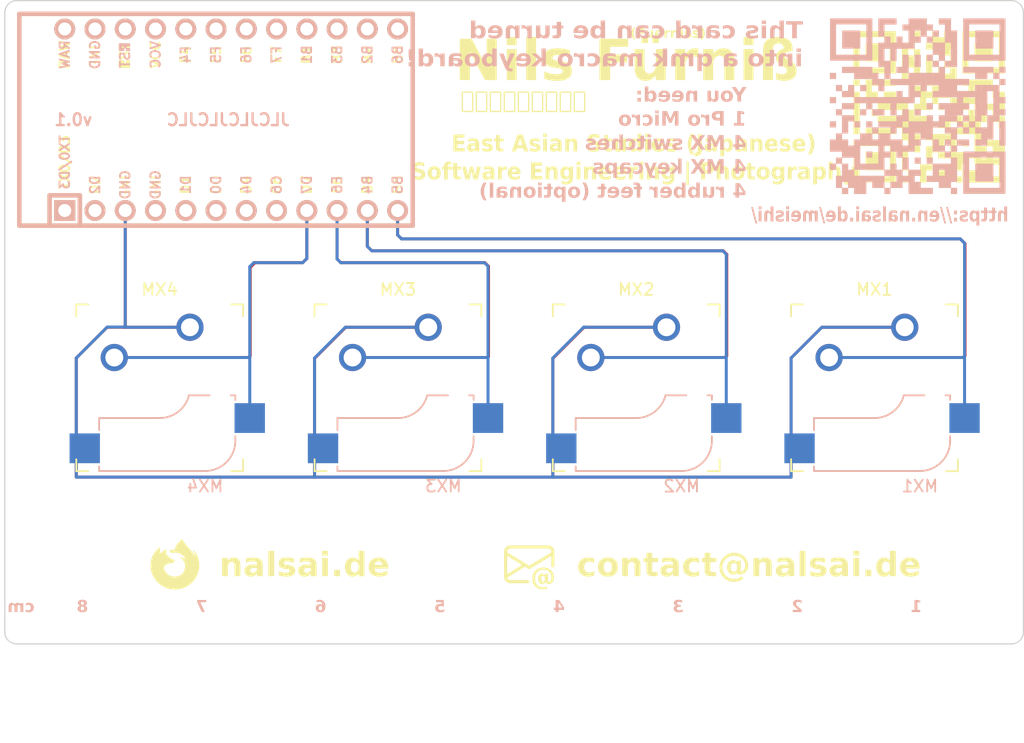
<source format=kicad_pcb>
(kicad_pcb (version 20221018) (generator pcbnew)
  (layers (0 "F.Cu" signal) (31 "B.Cu" signal) (34 "B.Paste" user) (35 "F.Paste" user) (36 "B.SilkS" user "B.Silkscreen") (37 "F.SilkS" user "F.Silkscreen") (38 "B.Mask" user) (39 "F.Mask" user) (44 "Edge.Cuts" user))
  (net 0 "")
  (net 19 "Net-(J1-Pin_9)")
  (net 21 "Net-(J1-Pin_12)")
  (net 22 "Net-(J1-Pin_11)")
  (net 23 "Net-(J1-Pin_10)")
  (net 24 "Net-(J1-Pin_3)")
  (footprint "Keebio-Parts:ArduinoProMicro" (layer "F.Cu") (at 39 30)
    (fp_text reference "J1" hide)
    (fp_text value "Conn_02x12_Top_Bottom" hide)
  )
  (footprint "keyswitches:Kailh_socket_MX_optional" (layer "F.Cu") (at 73 52.5)
    (fp_text reference "MX2")
    (fp_text value "MX_SW_HS")
  )
  (footprint "keyswitches:Kailh_socket_MX_optional" (layer "F.Cu") (at 53 52.5)
    (fp_text reference "MX3")
    (fp_text value "MX_SW_HS")
  )
  (footprint "keyswitches:Kailh_socket_MX_optional" (layer "F.Cu") (at 93 52.5)
    (fp_text reference "MX1")
    (fp_text value "MX_SW_HS")
  )
  (footprint "keyswitches:Kailh_socket_MX_optional" (layer "F.Cu") (at 33 52.5)
    (fp_text reference "MX4")
    (fp_text value "MX_SW_HS")
  )
  (gr_poly (pts (xy 90.268761 30.143239) (xy 90.792001 30.143239) (xy 90.792001 29.62) (xy 90.268761 29.62)) (fill solid) (layer "B.SilkS"))
  (gr_poly (pts (xy 96.87276 26.58724) (xy 97.396001 26.58724) (xy 97.396001 26.064) (xy 96.87276 26.064)) (fill solid) (layer "B.SilkS"))
  (gr_poly (pts (xy 98.39676 30.651239) (xy 98.92 30.651239) (xy 98.92 30.128) (xy 98.39676 30.128)) (fill solid) (layer "B.SilkS"))
  (gr_poly (pts (xy 102.96876 27.603239) (xy 103.492 27.603239) (xy 103.492 27.08) (xy 102.96876 27.08)) (fill solid) (layer "B.SilkS"))
  (gr_poly (pts (xy 101.44476 29.12724) (xy 101.968 29.12724) (xy 101.968 28.603999) (xy 101.44476 28.603999)) (fill solid) (layer "B.SilkS"))
  (gr_poly (pts (xy 95.85676 35.223239) (xy 96.38 35.223239) (xy 96.38 34.699999) (xy 95.85676 34.699999)) (fill solid) (layer "B.SilkS"))
  (gr_poly (pts (xy 99.41276 25.57124) (xy 99.936 25.57124) (xy 99.936 25.048) (xy 99.41276 25.048)) (fill solid) (layer "B.SilkS"))
  (gr_poly (pts (xy 101.46 24.032) (xy 102.984 24.032) (xy 102.984 22.508) (xy 101.46 22.508)) (fill solid) (layer "B.SilkS"))
  (gr_poly (pts (xy 99.41276 32.683239) (xy 99.936 32.683239) (xy 99.936 32.159999) (xy 99.41276 32.159999)) (fill solid) (layer "B.SilkS"))
  (gr_poly (pts (xy 94.33276 30.651239) (xy 94.856001 30.651239) (xy 94.856001 30.128) (xy 94.33276 30.128)) (fill solid) (layer "B.SilkS"))
  (gr_poly (pts (xy 97.38076 35.223239) (xy 97.904 35.223239) (xy 97.904 34.699999) (xy 97.38076 34.699999)) (fill solid) (layer "B.SilkS"))
  (gr_poly (pts (xy 89.760762 35.731238) (xy 90.284 35.731238) (xy 90.284 35.208) (xy 89.760762 35.208)) (fill solid) (layer "B.SilkS"))
  (gr_poly (pts (xy 101.95276 32.175238) (xy 102.476 32.175238) (xy 102.476 31.652) (xy 101.95276 31.652)) (fill solid) (layer "B.SilkS"))
  (gr_poly (pts (xy 94.33276 35.731238) (xy 94.856001 35.731238) (xy 94.856001 35.208) (xy 94.33276 35.208)) (fill solid) (layer "B.SilkS"))
  (gr_poly (pts (xy 95.85676 28.61924) (xy 96.38 28.61924) (xy 96.38 28.095999) (xy 95.85676 28.095999)) (fill solid) (layer "B.SilkS"))
  (gr_poly (pts (xy 102.46076 30.651239) (xy 102.984 30.651239) (xy 102.984 30.128) (xy 102.46076 30.128)) (fill solid) (layer "B.SilkS"))
  (gr_poly (pts (xy 96.36476 35.731238) (xy 96.888001 35.731238) (xy 96.888001 35.208) (xy 96.36476 35.208)) (fill solid) (layer "B.SilkS"))
  (gr_poly (pts (xy 100.444 25.048) (xy 104 25.048) (xy 104 22) (xy 103.492 22) (xy 103.492 24.54) (xy 100.952 24.54) (xy 100.952 22) (xy 103.492 22) (xy 104 22) (xy 104 21.492) (xy 100.444 21.492)) (fill solid) (layer "B.SilkS"))
  (gr_poly (pts (xy 90.268761 30.651239) (xy 90.792001 30.651239) (xy 90.792001 30.128) (xy 90.268761 30.128)) (fill solid) (layer "B.SilkS"))
  (gr_poly (pts (xy 92.808761 29.63524) (xy 93.332001 29.63524) (xy 93.332001 29.112) (xy 92.808761 29.112)) (fill solid) (layer "B.SilkS"))
  (gr_poly (pts (xy 92.808761 35.223239) (xy 93.332001 35.223239) (xy 93.332001 34.699999) (xy 92.808761 34.699999)) (fill solid) (layer "B.SilkS"))
  (gr_poly (pts (xy 102.96876 28.11124) (xy 103.492 28.11124) (xy 103.492 27.588) (xy 102.96876 27.588)) (fill solid) (layer "B.SilkS"))
  (gr_poly (pts (xy 101.44476 28.11124) (xy 101.968 28.11124) (xy 101.968 27.588) (xy 101.44476 27.588)) (fill solid) (layer "B.SilkS"))
  (gr_poly (pts (xy 91.284761 32.175238) (xy 91.808001 32.175238) (xy 91.808001 31.652) (xy 91.284761 31.652)) (fill solid) (layer "B.SilkS"))
  (gr_poly (pts (xy 90.268761 32.683239) (xy 90.792001 32.683239) (xy 90.792001 32.159999) (xy 90.268761 32.159999)) (fill solid) (layer "B.SilkS"))
  (gr_poly (pts (xy 95.348761 35.223239) (xy 95.872 35.223239) (xy 95.872 34.699999) (xy 95.348761 34.699999)) (fill solid) (layer "B.SilkS"))
  (gr_poly (pts (xy 94.33276 28.61924) (xy 94.856001 28.61924) (xy 94.856001 28.095999) (xy 94.33276 28.095999)) (fill solid) (layer "B.SilkS"))
  (gr_poly (pts (xy 100.42876 29.12724) (xy 100.952 29.12724) (xy 100.952 28.603999) (xy 100.42876 28.603999)) (fill solid) (layer "B.SilkS"))
  (gr_poly (pts (xy 95.85676 22.52324) (xy 96.38 22.52324) (xy 96.38 22) (xy 95.85676 22)) (fill solid) (layer "B.SilkS"))
  (gr_poly (pts (xy 90.268761 34.207239) (xy 90.792001 34.207239) (xy 90.792001 33.683999) (xy 90.268761 33.683999)) (fill solid) (layer "B.SilkS"))
  (gr_poly (pts (xy 103.47676 30.651239) (xy 104 30.651239) (xy 104 30.128) (xy 103.47676 30.128)) (fill solid) (layer "B.SilkS"))
  (gr_poly (pts (xy 93.824761 36.239239) (xy 94.348001 36.239239) (xy 94.348001 35.715999) (xy 93.824761 35.715999)) (fill solid) (layer "B.SilkS"))
  (gr_poly (pts (xy 94.840761 32.175238) (xy 95.364 32.175238) (xy 95.364 31.652) (xy 94.840761 31.652)) (fill solid) (layer "B.SilkS"))
  (gr_poly (pts (xy 97.38076 31.15924) (xy 97.904 31.15924) (xy 97.904 30.635999) (xy 97.38076 30.635999)) (fill solid) (layer "B.SilkS"))
  (gr_poly (pts (xy 94.33276 29.63524) (xy 94.856001 29.63524) (xy 94.856001 29.112) (xy 94.33276 29.112)) (fill solid) (layer "B.SilkS"))
  (gr_poly (pts (xy 96.36476 30.651239) (xy 96.888001 30.651239) (xy 96.888001 30.128) (xy 96.36476 30.128)) (fill solid) (layer "B.SilkS"))
  (gr_poly (pts (xy 96.36476 31.15924) (xy 96.888001 31.15924) (xy 96.888001 30.635999) (xy 96.36476 30.635999)) (fill solid) (layer "B.SilkS"))
  (gr_poly (pts (xy 91.792761 36.239239) (xy 92.316001 36.239239) (xy 92.316001 35.715999) (xy 91.792761 35.715999)) (fill solid) (layer "B.SilkS"))
  (gr_poly (pts (xy 91.284761 35.731238) (xy 91.808001 35.731238) (xy 91.808001 35.208) (xy 91.284761 35.208)) (fill solid) (layer "B.SilkS"))
  (gr_poly (pts (xy 95.85676 23.53924) (xy 96.38 23.53924) (xy 96.38 23.016) (xy 95.85676 23.016)) (fill solid) (layer "B.SilkS"))
  (gr_poly (pts (xy 93.316762 30.651239) (xy 93.84 30.651239) (xy 93.84 30.128) (xy 93.316762 30.128)) (fill solid) (layer "B.SilkS"))
  (gr_poly (pts (xy 98.39676 26.58724) (xy 98.92 26.58724) (xy 98.92 26.064) (xy 98.39676 26.064)) (fill solid) (layer "B.SilkS"))
  (gr_poly (pts (xy 95.85676 30.651239) (xy 96.38 30.651239) (xy 96.38 30.128) (xy 95.85676 30.128)) (fill solid) (layer "B.SilkS"))
  (gr_poly (pts (xy 93.316762 25.57124) (xy 93.84 25.57124) (xy 93.84 25.048) (xy 93.316762 25.048)) (fill solid) (layer "B.SilkS"))
  (gr_poly (pts (xy 93.316762 29.63524) (xy 93.84 29.63524) (xy 93.84 29.112) (xy 93.316762 29.112)) (fill solid) (layer "B.SilkS"))
  (gr_poly (pts (xy 98.39676 29.12724) (xy 98.92 29.12724) (xy 98.92 28.603999) (xy 98.39676 28.603999)) (fill solid) (layer "B.SilkS"))
  (gr_poly (pts (xy 91.284761 33.191239) (xy 91.808001 33.191239) (xy 91.808001 32.668) (xy 91.284761 32.668)) (fill solid) (layer "B.SilkS"))
  (gr_poly (pts (xy 99.92076 28.11124) (xy 100.444 28.11124) (xy 100.444 27.588) (xy 99.92076 27.588)) (fill solid) (layer "B.SilkS"))
  (gr_poly (pts (xy 98.39676 25.06324) (xy 98.92 25.06324) (xy 98.92 24.54) (xy 98.39676 24.54)) (fill solid) (layer "B.SilkS"))
  (gr_poly (pts (xy 93.316762 27.603239) (xy 93.84 27.603239) (xy 93.84 27.08) (xy 93.316762 27.08)) (fill solid) (layer "B.SilkS"))
  (gr_poly (pts (xy 96.87276 36.239239) (xy 97.396001 36.239239) (xy 97.396001 35.715999) (xy 96.87276 35.715999)) (fill solid) (layer "B.SilkS"))
  (gr_poly (pts (xy 90.268761 36.239239) (xy 90.792001 36.239239) (xy 90.792001 35.715999) (xy 90.268761 35.715999)) (fill solid) (layer "B.SilkS"))
  (gr_poly (pts (xy 98.39676 35.731238) (xy 98.92 35.731238) (xy 98.92 35.208) (xy 98.39676 35.208)) (fill solid) (layer "B.SilkS"))
  (gr_poly (pts (xy 98.90476 31.15924) (xy 99.428 31.15924) (xy 99.428 30.635999) (xy 98.90476 30.635999)) (fill solid) (layer "B.SilkS"))
  (gr_poly (pts (xy 103.47676 28.61924) (xy 104 28.61924) (xy 104 28.095999) (xy 103.47676 28.095999)) (fill solid) (layer "B.SilkS"))
  (gr_poly (pts (xy 94.840761 35.731238) (xy 95.364 35.731238) (xy 95.364 35.208) (xy 94.840761 35.208)) (fill solid) (layer "B.SilkS"))
  (gr_poly (pts (xy 94.840761 34.715238) (xy 95.364 34.715238) (xy 95.364 34.192) (xy 94.840761 34.192)) (fill solid) (layer "B.SilkS"))
  (gr_poly (pts (xy 97.38076 29.12724) (xy 97.904 29.12724) (xy 97.904 28.603999) (xy 97.38076 28.603999)) (fill solid) (layer "B.SilkS"))
  (gr_poly (pts (xy 90.268761 29.12724) (xy 90.792001 29.12724) (xy 90.792001 28.603999) (xy 90.268761 28.603999)) (fill solid) (layer "B.SilkS"))
  (gr_poly (pts (xy 98.90476 23.03124) (xy 99.428 23.03124) (xy 99.428 22.508) (xy 98.90476 22.508)) (fill solid) (layer "B.SilkS"))
  (gr_poly (pts (xy 90.268761 32.175238) (xy 90.792001 32.175238) (xy 90.792001 31.652) (xy 90.268761 31.652)) (fill solid) (layer "B.SilkS"))
  (gr_poly (pts (xy 96.36476 28.11124) (xy 96.888001 28.11124) (xy 96.888001 27.588) (xy 96.36476 27.588)) (fill solid) (layer "B.SilkS"))
  (gr_poly (pts (xy 90.776762 29.12724) (xy 91.3 29.12724) (xy 91.3 28.603999) (xy 90.776762 28.603999)) (fill solid) (layer "B.SilkS"))
  (gr_poly (pts (xy 99.41276 29.12724) (xy 99.936 29.12724) (xy 99.936 28.603999) (xy 99.41276 28.603999)) (fill solid) (layer "B.SilkS"))
  (gr_poly (pts (xy 97.888761 32.175238) (xy 98.412 32.175238) (xy 98.412 31.652) (xy 97.888761 31.652)) (fill solid) (layer "B.SilkS"))
  (gr_poly (pts (xy 97.888761 34.715238) (xy 98.412 34.715238) (xy 98.412 34.192) (xy 97.888761 34.192)) (fill solid) (layer "B.SilkS"))
  (gr_poly (pts (xy 93.824761 32.175238) (xy 94.348001 32.175238) (xy 94.348001 31.652) (xy 93.824761 31.652)) (fill solid) (layer "B.SilkS"))
  (gr_poly (pts (xy 92.300761 32.175238) (xy 92.824 32.175238) (xy 92.824 31.652) (xy 92.300761 31.652)) (fill solid) (layer "B.SilkS"))
  (gr_poly (pts (xy 89.252761 34.207239) (xy 89.776001 34.207239) (xy 89.776001 33.683999) (xy 89.252761 33.683999)) (fill solid) (layer "B.SilkS"))
  (gr_poly (pts (xy 97.38076 23.53924) (xy 97.904 23.53924) (xy 97.904 23.016) (xy 97.38076 23.016)) (fill solid) (layer "B.SilkS"))
  (gr_poly (pts (xy 95.85676 34.715238) (xy 96.38 34.715238) (xy 96.38 34.192) (xy 95.85676 34.192)) (fill solid) (layer "B.SilkS"))
  (gr_poly (pts (xy 89.760762 29.63524) (xy 90.284 29.63524) (xy 90.284 29.112) (xy 89.760762 29.112)) (fill solid) (layer "B.SilkS"))
  (gr_poly (pts (xy 93.824761 30.651239) (xy 94.348001 30.651239) (xy 94.348001 30.128) (xy 93.824761 30.128)) (fill solid) (layer "B.SilkS"))
  (gr_poly (pts (xy 92.300761 29.12724) (xy 92.824 29.12724) (xy 92.824 28.603999) (xy 92.300761 28.603999)) (fill solid) (layer "B.SilkS"))
  (gr_poly (pts (xy 99.41276 23.03124) (xy 99.936 23.03124) (xy 99.936 22.508) (xy 99.41276 22.508)) (fill solid) (layer "B.SilkS"))
  (gr_poly (pts (xy 90.268761 35.223239) (xy 90.792001 35.223239) (xy 90.792001 34.699999) (xy 90.268761 34.699999)) (fill solid) (layer "B.SilkS"))
  (gr_poly (pts (xy 94.33276 32.175238) (xy 94.856001 32.175238) (xy 94.856001 31.652) (xy 94.33276 31.652)) (fill solid) (layer "B.SilkS"))
  (gr_poly (pts (xy 95.85676 22.01524) (xy 96.38 22.01524) (xy 96.38 21.492) (xy 95.85676 21.492)) (fill solid) (layer "B.SilkS"))
  (gr_poly (pts (xy 94.840761 30.143239) (xy 95.364 30.143239) (xy 95.364 29.62) (xy 94.840761 29.62)) (fill solid) (layer "B.SilkS"))
  (gr_poly (pts (xy 98.39676 34.207239) (xy 98.92 34.207239) (xy 98.92 33.683999) (xy 98.39676 33.683999)) (fill solid) (layer "B.SilkS"))
  (gr_poly (pts (xy 92.300761 30.651239) (xy 92.824 30.651239) (xy 92.824 30.128) (xy 92.300761 30.128)) (fill solid) (layer "B.SilkS"))
  (gr_poly (pts (xy 91.792761 26.58724) (xy 92.316001 26.58724) (xy 92.316001 26.064) (xy 91.792761 26.064)) (fill solid) (layer "B.SilkS"))
  (gr_poly (pts (xy 94.840761 24.04724) (xy 95.364 24.04724) (xy 95.364 23.524) (xy 94.840761 23.524)) (fill solid) (layer "B.SilkS"))
  (gr_poly (pts (xy 99.41276 24.04724) (xy 99.936 24.04724) (xy 99.936 23.524) (xy 99.41276 23.524)) (fill solid) (layer "B.SilkS"))
  (gr_poly (pts (xy 90.776762 32.683239) (xy 91.3 32.683239) (xy 91.3 32.159999) (xy 90.776762 32.159999)) (fill solid) (layer "B.SilkS"))
  (gr_poly (pts (xy 93.316762 22.01524) (xy 93.84 22.01524) (xy 93.84 21.492) (xy 93.316762 21.492)) (fill solid) (layer "B.SilkS"))
  (gr_poly (pts (xy 97.38076 22.52324) (xy 97.904 22.52324) (xy 97.904 22) (xy 97.38076 22)) (fill solid) (layer "B.SilkS"))
  (gr_poly (pts (xy 93.824761 24.04724) (xy 94.348001 24.04724) (xy 94.348001 23.524) (xy 93.824761 23.524)) (fill solid) (layer "B.SilkS"))
  (gr_poly (pts (xy 101.95276 31.15924) (xy 102.476 31.15924) (xy 102.476 30.635999) (xy 101.95276 30.635999)) (fill solid) (layer "B.SilkS"))
  (gr_poly (pts (xy 99.41276 30.143239) (xy 99.936 30.143239) (xy 99.936 29.62) (xy 99.41276 29.62)) (fill solid) (layer "B.SilkS"))
  (gr_poly (pts (xy 94.33276 34.715238) (xy 94.856001 34.715238) (xy 94.856001 34.192) (xy 94.33276 34.192)) (fill solid) (layer "B.SilkS"))
  (gr_poly (pts (xy 95.85676 35.731238) (xy 96.38 35.731238) (xy 96.38 35.208) (xy 95.85676 35.208)) (fill solid) (layer "B.SilkS"))
  (gr_poly (pts (xy 96.36476 22.01524) (xy 96.888001 22.01524) (xy 96.888001 21.492) (xy 96.36476 21.492)) (fill solid) (layer "B.SilkS"))
  (gr_poly (pts (xy 92.300761 33.191239) (xy 92.824 33.191239) (xy 92.824 32.668) (xy 92.300761 32.668)) (fill solid) (layer "B.SilkS"))
  (gr_poly (pts (xy 95.85676 32.683239) (xy 96.38 32.683239) (xy 96.38 32.159999) (xy 95.85676 32.159999)) (fill solid) (layer "B.SilkS"))
  (gr_poly (pts (xy 93.824761 26.58724) (xy 94.348001 26.58724) (xy 94.348001 26.064) (xy 93.824761 26.064)) (fill solid) (layer "B.SilkS"))
  (gr_poly (pts (xy 91.284761 30.651239) (xy 91.808001 30.651239) (xy 91.808001 30.128) (xy 91.284761 30.128)) (fill solid) (layer "B.SilkS"))
  (gr_poly (pts (xy 98.39676 30.143239) (xy 98.92 30.143239) (xy 98.92 29.62) (xy 98.39676 29.62)) (fill solid) (layer "B.SilkS"))
  (gr_poly (pts (xy 92.300761 28.61924) (xy 92.824 28.61924) (xy 92.824 28.095999) (xy 92.300761 28.095999)) (fill solid) (layer "B.SilkS"))
  (gr_poly (pts (xy 98.90476 34.715238) (xy 99.428 34.715238) (xy 99.428 34.192) (xy 98.90476 34.192)) (fill solid) (layer "B.SilkS"))
  (gr_poly (pts (xy 95.85676 24.04724) (xy 96.38 24.04724) (xy 96.38 23.524) (xy 95.85676 23.524)) (fill solid) (layer "B.SilkS"))
  (gr_poly (pts (xy 94.33276 24.04724) (xy 94.856001 24.04724) (xy 94.856001 23.524) (xy 94.33276 23.524)) (fill solid) (layer "B.SilkS"))
  (gr_poly (pts (xy 96.36476 36.239239) (xy 96.888001 36.239239) (xy 96.888001 35.715999) (xy 96.36476 35.715999)) (fill solid) (layer "B.SilkS"))
  (gr_poly (pts (xy 97.38076 27.09524) (xy 97.904 27.09524) (xy 97.904 26.572) (xy 97.38076 26.572)) (fill solid) (layer "B.SilkS"))
  (gr_poly (pts (xy 92.300761 26.58724) (xy 92.824 26.58724) (xy 92.824 26.064) (xy 92.300761 26.064)) (fill solid) (layer "B.SilkS"))
  (gr_poly (pts (xy 92.300761 26.07924) (xy 92.824 26.07924) (xy 92.824 25.556) (xy 92.300761 25.556)) (fill solid) (layer "B.SilkS"))
  (gr_poly (pts (xy 94.33276 29.12724) (xy 94.856001 29.12724) (xy 94.856001 28.603999) (xy 94.33276 28.603999)) (fill solid) (layer "B.SilkS"))
  (gr_poly (pts (xy 90.268761 33.191239) (xy 90.792001 33.191239) (xy 90.792001 32.668) (xy 90.268761 32.668)) (fill solid) (layer "B.SilkS"))
  (gr_poly (pts (xy 95.85676 36.239239) (xy 96.38 36.239239) (xy 96.38 35.715999) (xy 95.85676 35.715999)) (fill solid) (layer "B.SilkS"))
  (gr_poly (pts (xy 102.46076 31.667239) (xy 102.984 31.667239) (xy 102.984 31.143999) (xy 102.46076 31.143999)) (fill solid) (layer "B.SilkS"))
  (gr_poly (pts (xy 91.792761 35.223239) (xy 92.316001 35.223239) (xy 92.316001 34.699999) (xy 91.792761 34.699999)) (fill solid) (layer "B.SilkS"))
  (gr_poly (pts (xy 103.47676 26.07924) (xy 104 26.07924) (xy 104 25.556) (xy 103.47676 25.556)) (fill solid) (layer "B.SilkS"))
  (gr_poly (pts (xy 96.87276 27.603239) (xy 97.396001 27.603239) (xy 97.396001 27.08) (xy 96.87276 27.08)) (fill solid) (layer "B.SilkS"))
  (gr_poly (pts (xy 99.92076 29.63524) (xy 100.444 29.63524) (xy 100.444 29.112) (xy 99.92076 29.112)) (fill solid) (layer "B.SilkS"))
  (gr_poly (pts (xy 101.44476 30.143239) (xy 101.968 30.143239) (xy 101.968 29.62) (xy 101.44476 29.62)) (fill solid) (layer "B.SilkS"))
  (gr_poly (pts (xy 91.792761 32.175238) (xy 92.316001 32.175238) (xy 92.316001 31.652) (xy 91.792761 31.652)) (fill solid) (layer "B.SilkS"))
  (gr_poly (pts (xy 94.33276 31.15924) (xy 94.856001 31.15924) (xy 94.856001 30.635999) (xy 94.33276 30.635999)) (fill solid) (layer "B.SilkS"))
  (gr_poly (pts (xy 98.39676 27.603239) (xy 98.92 27.603239) (xy 98.92 27.08) (xy 98.39676 27.08)) (fill solid) (layer "B.SilkS"))
  (gr_poly (pts (xy 94.840761 28.11124) (xy 95.364 28.11124) (xy 95.364 27.588) (xy 94.840761 27.588)) (fill solid) (layer "B.SilkS"))
  (gr_poly (pts (xy 99.92076 30.651239) (xy 100.444 30.651239) (xy 100.444 30.128) (xy 99.92076 30.128)) (fill solid) (layer "B.SilkS"))
  (gr_poly (pts (xy 90.776762 35.731238) (xy 91.3 35.731238) (xy 91.3 35.208) (xy 90.776762 35.208)) (fill solid) (layer "B.SilkS"))
  (gr_poly (pts (xy 91.792761 31.667239) (xy 92.316001 31.667239) (xy 92.316001 31.143999) (xy 91.792761 31.143999)) (fill solid) (layer "B.SilkS"))
  (gr_poly (pts (xy 99.92076 28.61924) (xy 100.444 28.61924) (xy 100.444 28.095999) (xy 99.92076 28.095999)) (fill solid) (layer "B.SilkS"))
  (gr_poly (pts (xy 89.760762 32.683239) (xy 90.284 32.683239) (xy 90.284 32.159999) (xy 89.760762 32.159999)) (fill solid) (layer "B.SilkS"))
  (gr_poly (pts (xy 100.42876 26.07924) (xy 100.952 26.07924) (xy 100.952 25.556) (xy 100.42876 25.556)) (fill solid) (layer "B.SilkS"))
  (gr_poly (pts (xy 103.47676 31.15924) (xy 104 31.15924) (xy 104 30.635999) (xy 103.47676 30.635999)) (fill solid) (layer "B.SilkS"))
  (gr_poly (pts (xy 89.252761 32.683239) (xy 89.776001 32.683239) (xy 89.776001 32.159999) (xy 89.252761 32.159999)) (fill solid) (layer "B.SilkS"))
  (gr_poly (pts (xy 96.36476 25.06324) (xy 96.888001 25.06324) (xy 96.888001 24.54) (xy 96.36476 24.54)) (fill solid) (layer "B.SilkS"))
  (gr_poly (pts (xy 94.33276 34.207239) (xy 94.856001 34.207239) (xy 94.856001 33.683999) (xy 94.33276 33.683999)) (fill solid) (layer "B.SilkS"))
  (gr_poly (pts (xy 95.348761 27.09524) (xy 95.872 27.09524) (xy 95.872 26.572) (xy 95.348761 26.572)) (fill solid) (layer "B.SilkS"))
  (gr_poly (pts (xy 89.252761 28.61924) (xy 89.776001 28.61924) (xy 89.776001 28.095999) (xy 89.252761 28.095999)) (fill solid) (layer "B.SilkS"))
  (gr_poly (pts (xy 99.41276 35.223239) (xy 99.936 35.223239) (xy 99.936 34.699999) (xy 99.41276 34.699999)) (fill solid) (layer "B.SilkS"))
  (gr_poly (pts (xy 95.348761 22.52324) (xy 95.872 22.52324) (xy 95.872 22) (xy 95.348761 22)) (fill solid) (layer "B.SilkS"))
  (gr_poly (pts (xy 95.348761 30.143239) (xy 95.872 30.143239) (xy 95.872 29.62) (xy 95.348761 29.62)) (fill solid) (layer "B.SilkS"))
  (gr_poly (pts (xy 98.90476 33.191239) (xy 99.428 33.191239) (xy 99.428 32.668) (xy 98.90476 32.668)) (fill solid) (layer "B.SilkS"))
  (gr_poly (pts (xy 94.840761 32.683239) (xy 95.364 32.683239) (xy 95.364 32.159999) (xy 94.840761 32.159999)) (fill solid) (layer "B.SilkS"))
  (gr_poly (pts (xy 96.87276 31.15924) (xy 97.396001 31.15924) (xy 97.396001 30.635999) (xy 96.87276 30.635999)) (fill solid) (layer "B.SilkS"))
  (gr_poly (pts (xy 95.348761 24.04724) (xy 95.872 24.04724) (xy 95.872 23.524) (xy 95.348761 23.524)) (fill solid) (layer "B.SilkS"))
  (gr_poly (pts (xy 92.808761 32.175238) (xy 93.332001 32.175238) (xy 93.332001 31.652) (xy 92.808761 31.652)) (fill solid) (layer "B.SilkS"))
  (gr_poly (pts (xy 102.46076 30.143239) (xy 102.984 30.143239) (xy 102.984 29.62) (xy 102.46076 29.62)) (fill solid) (layer "B.SilkS"))
  (gr_poly (pts (xy 93.316762 35.731238) (xy 93.84 35.731238) (xy 93.84 35.208) (xy 93.316762 35.208)) (fill solid) (layer "B.SilkS"))
  (gr_poly (pts (xy 99.92076 32.175238) (xy 100.444 32.175238) (xy 100.444 31.652) (xy 99.92076 31.652)) (fill solid) (layer "B.SilkS"))
  (gr_poly (pts (xy 91.284761 28.61924) (xy 91.808001 28.61924) (xy 91.808001 28.095999) (xy 91.284761 28.095999)) (fill solid) (layer "B.SilkS"))
  (gr_poly (pts (xy 96.36476 25.57124) (xy 96.888001 25.57124) (xy 96.888001 25.048) (xy 96.36476 25.048)) (fill solid) (layer "B.SilkS"))
  (gr_poly (pts (xy 91.284761 26.58724) (xy 91.808001 26.58724) (xy 91.808001 26.064) (xy 91.284761 26.064)) (fill solid) (layer "B.SilkS"))
  (gr_poly (pts (xy 95.85676 32.175238) (xy 96.38 32.175238) (xy 96.38 31.652) (xy 95.85676 31.652)) (fill solid) (layer "B.SilkS"))
  (gr_poly (pts (xy 91.792761 28.61924) (xy 92.316001 28.61924) (xy 92.316001 28.095999) (xy 91.792761 28.095999)) (fill solid) (layer "B.SilkS"))
  (gr_poly (pts (xy 93.316762 33.699239) (xy 93.84 33.699239) (xy 93.84 33.175999) (xy 93.316762 33.175999)) (fill solid) (layer "B.SilkS"))
  (gr_poly (pts (xy 96.36476 27.09524) (xy 96.888001 27.09524) (xy 96.888001 26.572) (xy 96.36476 26.572)) (fill solid) (layer "B.SilkS"))
  (gr_poly (pts (xy 100.42876 27.09524) (xy 100.952 27.09524) (xy 100.952 26.572) (xy 100.42876 26.572)) (fill solid) (layer "B.SilkS"))
  (gr_poly (pts (xy 95.85676 28.11124) (xy 96.38 28.11124) (xy 96.38 27.588) (xy 95.85676 27.588)) (fill solid) (layer "B.SilkS"))
  (gr_poly (pts (xy 91.284761 33.699239) (xy 91.808001 33.699239) (xy 91.808001 33.175999) (xy 91.284761 33.175999)) (fill solid) (layer "B.SilkS"))
  (gr_poly (pts (xy 95.348761 28.61924) (xy 95.872 28.61924) (xy 95.872 28.095999) (xy 95.348761 28.095999)) (fill solid) (layer "B.SilkS"))
  (gr_poly (pts (xy 93.824761 34.715238) (xy 94.348001 34.715238) (xy 94.348001 34.192) (xy 93.824761 34.192)) (fill solid) (layer "B.SilkS"))
  (gr_poly (pts (xy 90.776762 34.715238) (xy 91.3 34.715238) (xy 91.3 34.192) (xy 90.776762 34.192)) (fill solid) (layer "B.SilkS"))
  (gr_poly (pts (xy 94.840761 35.223239) (xy 95.364 35.223239) (xy 95.364 34.699999) (xy 94.840761 34.699999)) (fill solid) (layer "B.SilkS"))
  (gr_poly (pts (xy 96.36476 33.699239) (xy 96.888001 33.699239) (xy 96.888001 33.175999) (xy 96.36476 33.175999)) (fill solid) (layer "B.SilkS"))
  (gr_poly (pts (xy 89.268001 25.048) (xy 92.824 25.048) (xy 92.824 22) (xy 92.316001 22) (xy 92.316001 24.54) (xy 89.776001 24.54) (xy 89.776001 22) (xy 92.316001 22) (xy 92.824 22) (xy 92.824 21.492) (xy 89.268001 21.492)) (fill solid) (layer "B.SilkS"))
  (gr_poly (pts (xy 101.44476 32.175238) (xy 101.968 32.175238) (xy 101.968 31.652) (xy 101.44476 31.652)) (fill solid) (layer "B.SilkS"))
  (gr_poly (pts (xy 102.46076 26.07924) (xy 102.984 26.07924) (xy 102.984 25.556) (xy 102.46076 25.556)) (fill solid) (layer "B.SilkS"))
  (gr_poly (pts (xy 103.47676 31.667239) (xy 104 31.667239) (xy 104 31.143999) (xy 103.47676 31.143999)) (fill solid) (layer "B.SilkS"))
  (gr_poly (pts (xy 97.38076 26.58724) (xy 97.904 26.58724) (xy 97.904 26.064) (xy 97.38076 26.064)) (fill solid) (layer "B.SilkS"))
  (gr_poly (pts (xy 90.776762 26.07924) (xy 91.3 26.07924) (xy 91.3 25.556) (xy 90.776762 25.556)) (fill solid) (layer "B.SilkS"))
  (gr_poly (pts (xy 94.840761 26.07924) (xy 95.364 26.07924) (xy 95.364 25.556) (xy 94.840761 25.556)) (fill solid) (layer "B.SilkS"))
  (gr_poly (pts (xy 94.33276 27.09524) (xy 94.856001 27.09524) (xy 94.856001 26.572) (xy 94.33276 26.572)) (fill solid) (layer "B.SilkS"))
  (gr_poly (pts (xy 96.36476 32.175238) (xy 96.888001 32.175238) (xy 96.888001 31.652) (xy 96.36476 31.652)) (fill solid) (layer "B.SilkS"))
  (gr_poly (pts (xy 95.348761 34.207239) (xy 95.872 34.207239) (xy 95.872 33.683999) (xy 95.348761 33.683999)) (fill solid) (layer "B.SilkS"))
  (gr_poly (pts (xy 99.41276 28.11124) (xy 99.936 28.11124) (xy 99.936 27.588) (xy 99.41276 27.588)) (fill solid) (layer "B.SilkS"))
  (gr_poly (pts (xy 96.36476 22.52324) (xy 96.888001 22.52324) (xy 96.888001 22) (xy 96.36476 22)) (fill solid) (layer "B.SilkS"))
  (gr_poly (pts (xy 93.824761 26.07924) (xy 94.348001 26.07924) (xy 94.348001 25.556) (xy 93.824761 25.556)) (fill solid) (layer "B.SilkS"))
  (gr_poly (pts (xy 100.42876 28.11124) (xy 100.952 28.11124) (xy 100.952 27.588) (xy 100.42876 27.588)) (fill solid) (layer "B.SilkS"))
  (gr_poly (pts (xy 97.888761 23.03124) (xy 98.412 23.03124) (xy 98.412 22.508) (xy 97.888761 22.508)) (fill solid) (layer "B.SilkS"))
  (gr_poly (pts (xy 97.38076 36.239239) (xy 97.904 36.239239) (xy 97.904 35.715999) (xy 97.38076 35.715999)) (fill solid) (layer "B.SilkS"))
  (gr_poly (pts (xy 98.90476 22.52324) (xy 99.428 22.52324) (xy 99.428 22) (xy 98.90476 22)) (fill solid) (layer "B.SilkS"))
  (gr_poly (pts (xy 92.300761 31.667239) (xy 92.824 31.667239) (xy 92.824 31.143999) (xy 92.300761 31.143999)) (fill solid) (layer "B.SilkS"))
  (gr_poly (pts (xy 94.840761 23.53924) (xy 95.364 23.53924) (xy 95.364 23.016) (xy 94.840761 23.016)) (fill solid) (layer "B.SilkS"))
  (gr_poly (pts (xy 98.90476 29.12724) (xy 99.428 29.12724) (xy 99.428 28.603999) (xy 98.90476 28.603999)) (fill solid) (layer "B.SilkS"))
  (gr_poly (pts (xy 97.888761 35.223239) (xy 98.412 35.223239) (xy 98.412 34.699999) (xy 97.888761 34.699999)) (fill solid) (layer "B.SilkS"))
  (gr_poly (pts (xy 91.792761 35.731238) (xy 92.316001 35.731238) (xy 92.316001 35.208) (xy 91.792761 35.208)) (fill solid) (layer "B.SilkS"))
  (gr_poly (pts (xy 98.90476 27.603239) (xy 99.428 27.603239) (xy 99.428 27.08) (xy 98.90476 27.08)) (fill solid) (layer "B.SilkS"))
  (gr_poly (pts (xy 99.92076 27.09524) (xy 100.444 27.09524) (xy 100.444 26.572) (xy 99.92076 26.572)) (fill solid) (layer "B.SilkS"))
  (gr_poly (pts (xy 99.41276 27.603239) (xy 99.936 27.603239) (xy 99.936 27.08) (xy 99.41276 27.08)) (fill solid) (layer "B.SilkS"))
  (gr_poly (pts (xy 100.42876 32.175238) (xy 100.952 32.175238) (xy 100.952 31.652) (xy 100.42876 31.652)) (fill solid) (layer "B.SilkS"))
  (gr_poly (pts (xy 98.90476 29.63524) (xy 99.428 29.63524) (xy 99.428 29.112) (xy 98.90476 29.112)) (fill solid) (layer "B.SilkS"))
  (gr_poly (pts (xy 98.90476 34.207239) (xy 99.428 34.207239) (xy 99.428 33.683999) (xy 98.90476 33.683999)) (fill solid) (layer "B.SilkS"))
  (gr_poly (pts (xy 91.792761 29.63524) (xy 92.316001 29.63524) (xy 92.316001 29.112) (xy 91.792761 29.112)) (fill solid) (layer "B.SilkS"))
  (gr_poly (pts (xy 94.840761 27.09524) (xy 95.364 27.09524) (xy 95.364 26.572) (xy 94.840761 26.572)) (fill solid) (layer "B.SilkS"))
  (gr_poly (pts (xy 95.85676 31.15924) (xy 96.38 31.15924) (xy 96.38 30.635999) (xy 95.85676 30.635999)) (fill solid) (layer "B.SilkS"))
  (gr_poly (pts (xy 97.888761 30.651239) (xy 98.412 30.651239) (xy 98.412 30.128) (xy 97.888761 30.128)) (fill solid) (layer "B.SilkS"))
  (gr_poly (pts (xy 101.44476 29.63524) (xy 101.968 29.63524) (xy 101.968 29.112) (xy 101.44476 29.112)) (fill solid) (layer "B.SilkS"))
  (gr_poly (pts (xy 99.41276 25.06324) (xy 99.936 25.06324) (xy 99.936 24.54) (xy 99.41276 24.54)) (fill solid) (layer "B.SilkS"))
  (gr_poly (pts (xy 93.316762 32.175238) (xy 93.84 32.175238) (xy 93.84 31.652) (xy 93.316762 31.652)) (fill solid) (layer "B.SilkS"))
  (gr_poly (pts (xy 89.760762 35.223239) (xy 90.284 35.223239) (xy 90.284 34.699999) (xy 89.760762 34.699999)) (fill solid) (layer "B.SilkS"))
  (gr_poly (pts (xy 101.95276 31.667239) (xy 102.476 31.667239) (xy 102.476 31.143999) (xy 101.95276 31.143999)) (fill solid) (layer "B.SilkS"))
  (gr_poly (pts (xy 90.776762 30.143239) (xy 91.3 30.143239) (xy 91.3 29.62) (xy 90.776762 29.62)) (fill solid) (layer "B.SilkS"))
  (gr_poly (pts (xy 96.36476 29.63524) (xy 96.888001 29.63524) (xy 96.888001 29.112) (xy 96.36476 29.112)) (fill solid) (layer "B.SilkS"))
  (gr_poly (pts (xy 100.93676 28.11124) (xy 101.46 28.11124) (xy 101.46 27.588) (xy 100.93676 27.588)) (fill solid) (layer "B.SilkS"))
  (gr_poly (pts (xy 91.792761 34.207239) (xy 92.316001 34.207239) (xy 92.316001 33.683999) (xy 91.792761 33.683999)) (fill solid) (layer "B.SilkS"))
  (gr_poly (pts (xy 93.316762 34.207239) (xy 93.84 34.207239) (xy 93.84 33.683999) (xy 93.316762 33.683999)) (fill solid) (layer "B.SilkS"))
  (gr_poly (pts (xy 101.44476 26.07924) (xy 101.968 26.07924) (xy 101.968 25.556) (xy 101.44476 25.556)) (fill solid) (layer "B.SilkS"))
  (gr_poly (pts (xy 94.33276 22.01524) (xy 94.856001 22.01524) (xy 94.856001 21.492) (xy 94.33276 21.492)) (fill solid) (layer "B.SilkS"))
  (gr_poly (pts (xy 95.348761 32.683239) (xy 95.872 32.683239) (xy 95.872 32.159999) (xy 95.348761 32.159999)) (fill solid) (layer "B.SilkS"))
  (gr_poly (pts (xy 101.44476 28.61924) (xy 101.968 28.61924) (xy 101.968 28.095999) (xy 101.44476 28.095999)) (fill solid) (layer "B.SilkS"))
  (gr_poly (pts (xy 95.85676 27.603239) (xy 96.38 27.603239) (xy 96.38 27.08) (xy 95.85676 27.08)) (fill solid) (layer "B.SilkS"))
  (gr_poly (pts (xy 99.41276 34.715238) (xy 99.936 34.715238) (xy 99.936 34.192) (xy 99.41276 34.192)) (fill solid) (layer "B.SilkS"))
  (gr_poly (pts (xy 93.316762 23.03124) (xy 93.84 23.03124) (xy 93.84 22.508) (xy 93.316762 22.508)) (fill solid) (layer "B.SilkS"))
  (gr_poly (pts (xy 94.33276 32.683239) (xy 94.856001 32.683239) (xy 94.856001 32.159999) (xy 94.33276 32.159999)) (fill solid) (layer "B.SilkS"))
  (gr_poly (pts (xy 101.95276 28.61924) (xy 102.476 28.61924) (xy 102.476 28.095999) (xy 101.95276 28.095999)) (fill solid) (layer "B.SilkS"))
  (gr_poly (pts (xy 95.348761 25.57124) (xy 95.872 25.57124) (xy 95.872 25.048) (xy 95.348761 25.048)) (fill solid) (layer "B.SilkS"))
  (gr_poly (pts (xy 90.776762 33.191239) (xy 91.3 33.191239) (xy 91.3 32.668) (xy 90.776762 32.668)) (fill solid) (layer "B.SilkS"))
  (gr_poly (pts (xy 97.888761 28.11124) (xy 98.412 28.11124) (xy 98.412 27.588) (xy 97.888761 27.588)) (fill solid) (layer "B.SilkS"))
  (gr_poly (pts (xy 91.284761 36.239239) (xy 91.808001 36.239239) (xy 91.808001 35.715999) (xy 91.284761 35.715999)) (fill solid) (layer "B.SilkS"))
  (gr_poly (pts (xy 92.808761 34.207239) (xy 93.332001 34.207239) (xy 93.332001 33.683999) (xy 92.808761 33.683999)) (fill solid) (layer "B.SilkS"))
  (gr_poly (pts (xy 93.316762 32.683239) (xy 93.84 32.683239) (xy 93.84 32.159999) (xy 93.316762 32.159999)) (fill solid) (layer "B.SilkS"))
  (gr_poly (pts (xy 99.41276 33.699239) (xy 99.936 33.699239) (xy 99.936 33.175999) (xy 99.41276 33.175999)) (fill solid) (layer "B.SilkS"))
  (gr_poly (pts (xy 99.41276 31.667239) (xy 99.936 31.667239) (xy 99.936 31.143999) (xy 99.41276 31.143999)) (fill solid) (layer "B.SilkS"))
  (gr_poly (pts (xy 96.36476 34.715238) (xy 96.888001 34.715238) (xy 96.888001 34.192) (xy 96.36476 34.192)) (fill solid) (layer "B.SilkS"))
  (gr_poly (pts (xy 89.760762 33.699239) (xy 90.284 33.699239) (xy 90.284 33.175999) (xy 89.760762 33.175999)) (fill solid) (layer "B.SilkS"))
  (gr_poly (pts (xy 100.444 36.223999) (xy 104 36.223999) (xy 104 33.175999) (xy 103.492 33.175999) (xy 103.492 35.715999) (xy 100.952 35.715999) (xy 100.952 33.175999) (xy 103.492 33.175999) (xy 104 33.175999) (xy 104 32.668) (xy 100.444 32.668)) (fill solid) (layer "B.SilkS"))
  (gr_poly (pts (xy 97.888761 24.04724) (xy 98.412 24.04724) (xy 98.412 23.524) (xy 97.888761 23.524)) (fill solid) (layer "B.SilkS"))
  (gr_poly (pts (xy 94.840761 28.61924) (xy 95.364 28.61924) (xy 95.364 28.095999) (xy 94.840761 28.095999)) (fill solid) (layer "B.SilkS"))
  (gr_poly (pts (xy 98.90476 35.731238) (xy 99.428 35.731238) (xy 99.428 35.208) (xy 98.90476 35.208)) (fill solid) (layer "B.SilkS"))
  (gr_poly (pts (xy 95.348761 31.15924) (xy 95.872 31.15924) (xy 95.872 30.635999) (xy 95.348761 30.635999)) (fill solid) (layer "B.SilkS"))
  (gr_poly (pts (xy 97.38076 25.06324) (xy 97.904 25.06324) (xy 97.904 24.54) (xy 97.38076 24.54)) (fill solid) (layer "B.SilkS"))
  (gr_poly (pts (xy 102.96876 28.61924) (xy 103.492 28.61924) (xy 103.492 28.095999) (xy 102.96876 28.095999)) (fill solid) (layer "B.SilkS"))
  (gr_poly (pts (xy 93.824761 25.57124) (xy 94.348001 25.57124) (xy 94.348001 25.048) (xy 93.824761 25.048)) (fill solid) (layer "B.SilkS"))
  (gr_poly (pts (xy 89.252761 32.175238) (xy 89.776001 32.175238) (xy 89.776001 31.652) (xy 89.252761 31.652)) (fill solid) (layer "B.SilkS"))
  (gr_poly (pts (xy 93.316762 31.667239) (xy 93.84 31.667239) (xy 93.84 31.143999) (xy 93.316762 31.143999)) (fill solid) (layer "B.SilkS"))
  (gr_poly (pts (xy 91.284761 34.207239) (xy 91.808001 34.207239) (xy 91.808001 33.683999) (xy 91.284761 33.683999)) (fill solid) (layer "B.SilkS"))
  (gr_poly (pts (xy 101.44476 26.58724) (xy 101.968 26.58724) (xy 101.968 26.064) (xy 101.44476 26.064)) (fill solid) (layer "B.SilkS"))
  (gr_poly (pts (xy 93.316762 35.223239) (xy 93.84 35.223239) (xy 93.84 34.699999) (xy 93.316762 34.699999)) (fill solid) (layer "B.SilkS"))
  (gr_poly (pts (xy 98.39676 24.04724) (xy 98.92 24.04724) (xy 98.92 23.524) (xy 98.39676 23.524)) (fill solid) (layer "B.SilkS"))
  (gr_poly (pts (xy 98.90476 25.57124) (xy 99.428 25.57124) (xy 99.428 25.048) (xy 98.90476 25.048)) (fill solid) (layer "B.SilkS"))
  (gr_poly (pts (xy 98.90476 23.53924) (xy 99.428 23.53924) (xy 99.428 23.016) (xy 98.90476 23.016)) (fill solid) (layer "B.SilkS"))
  (gr_poly (pts (xy 92.808761 28.61924) (xy 93.332001 28.61924) (xy 93.332001 28.095999) (xy 92.808761 28.095999)) (fill solid) (layer "B.SilkS"))
  (gr_poly (pts (xy 97.888761 32.683239) (xy 98.412 32.683239) (xy 98.412 32.159999) (xy 97.888761 32.159999)) (fill solid) (layer "B.SilkS"))
  (gr_poly (pts (xy 102.46076 27.603239) (xy 102.984 27.603239) (xy 102.984 27.08) (xy 102.46076 27.08)) (fill solid) (layer "B.SilkS"))
  (gr_poly (pts (xy 103.47676 32.175238) (xy 104 32.175238) (xy 104 31.652) (xy 103.47676 31.652)) (fill solid) (layer "B.SilkS"))
  (gr_poly (pts (xy 93.824761 22.01524) (xy 94.348001 22.01524) (xy 94.348001 21.492) (xy 93.824761 21.492)) (fill solid) (layer "B.SilkS"))
  (gr_poly (pts (xy 101.95276 27.603239) (xy 102.476 27.603239) (xy 102.476 27.08) (xy 101.95276 27.08)) (fill solid) (layer "B.SilkS"))
  (gr_poly (pts (xy 101.95276 29.12724) (xy 102.476 29.12724) (xy 102.476 28.603999) (xy 101.95276 28.603999)) (fill solid) (layer "B.SilkS"))
  (gr_poly (pts (xy 99.41276 23.53924) (xy 99.936 23.53924) (xy 99.936 23.016) (xy 99.41276 23.016)) (fill solid) (layer "B.SilkS"))
  (gr_poly (pts (xy 96.87276 27.09524) (xy 97.396001 27.09524) (xy 97.396001 26.572) (xy 96.87276 26.572)) (fill solid) (layer "B.SilkS"))
  (gr_poly (pts (xy 97.888761 24.55524) (xy 98.412 24.55524) (xy 98.412 24.032) (xy 97.888761 24.032)) (fill solid) (layer "B.SilkS"))
  (gr_poly (pts (xy 95.85676 26.58724) (xy 96.38 26.58724) (xy 96.38 26.064) (xy 95.85676 26.064)) (fill solid) (layer "B.SilkS"))
  (gr_poly (pts (xy 96.87276 22.52324) (xy 97.396001 22.52324) (xy 97.396001 22) (xy 96.87276 22)) (fill solid) (layer "B.SilkS"))
  (gr_poly (pts (xy 94.840761 33.191239) (xy 95.364 33.191239) (xy 95.364 32.668) (xy 94.840761 32.668)) (fill solid) (layer "B.SilkS"))
  (gr_poly (pts (xy 91.284761 35.223239) (xy 91.808001 35.223239) (xy 91.808001 34.699999) (xy 91.284761 34.699999)) (fill solid) (layer "B.SilkS"))
  (gr_poly (pts (xy 98.90476 30.143239) (xy 99.428 30.143239) (xy 99.428 29.62) (xy 98.90476 29.62)) (fill solid) (layer "B.SilkS"))
  (gr_poly (pts (xy 96.87276 30.651239) (xy 97.396001 30.651239) (xy 97.396001 30.128) (xy 96.87276 30.128)) (fill solid) (layer "B.SilkS"))
  (gr_poly (pts (xy 89.760762 27.603239) (xy 90.284 27.603239) (xy 90.284 27.08) (xy 89.760762 27.08)) (fill solid) (layer "B.SilkS"))
  (gr_poly (pts (xy 89.760762 31.667239) (xy 90.284 31.667239) (xy 90.284 31.143999) (xy 89.760762 31.143999)) (fill solid) (layer "B.SilkS"))
  (gr_poly (pts (xy 95.85676 27.09524) (xy 96.38 27.09524) (xy 96.38 26.572) (xy 95.85676 26.572)) (fill solid) (layer "B.SilkS"))
  (gr_poly (pts (xy 101.95276 26.58724) (xy 102.476 26.58724) (xy 102.476 26.064) (xy 101.95276 26.064)) (fill solid) (layer "B.SilkS"))
  (gr_poly (pts (xy 92.808761 26.58724) (xy 93.332001 26.58724) (xy 93.332001 26.064) (xy 92.808761 26.064)) (fill solid) (layer "B.SilkS"))
  (gr_poly (pts (xy 90.284 24.032) (xy 91.808001 24.032) (xy 91.808001 22.508) (xy 90.284 22.508)) (fill solid) (layer "B.SilkS"))
  (gr_poly (pts (xy 93.316762 24.55524) (xy 93.84 24.55524) (xy 93.84 24.032) (xy 93.316762 24.032)) (fill solid) (layer "B.SilkS"))
  (gr_poly (pts (xy 93.316762 27.09524) (xy 93.84 27.09524) (xy 93.84 26.572) (xy 93.316762 26.572)) (fill solid) (layer "B.SilkS"))
  (gr_poly (pts (xy 95.348761 25.06324) (xy 95.872 25.06324) (xy 95.872 24.54) (xy 95.348761 24.54)) (fill solid) (layer "B.SilkS"))
  (gr_poly (pts (xy 95.348761 26.07924) (xy 95.872 26.07924) (xy 95.872 25.556) (xy 95.348761 25.556)) (fill solid) (layer "B.SilkS"))
  (gr_poly (pts (xy 99.41276 36.239239) (xy 99.936 36.239239) (xy 99.936 35.715999) (xy 99.41276 35.715999)) (fill solid) (layer "B.SilkS"))
  (gr_poly (pts (xy 102.96876 29.12724) (xy 103.492 29.12724) (xy 103.492 28.603999) (xy 102.96876 28.603999)) (fill solid) (layer "B.SilkS"))
  (gr_poly (pts (xy 96.87276 31.667239) (xy 97.396001 31.667239) (xy 97.396001 31.143999) (xy 96.87276 31.143999)) (fill solid) (layer "B.SilkS"))
  (gr_poly (pts (xy 90.268761 31.15924) (xy 90.792001 31.15924) (xy 90.792001 30.635999) (xy 90.268761 30.635999)) (fill solid) (layer "B.SilkS"))
  (gr_poly (pts (xy 98.90476 35.223239) (xy 99.428 35.223239) (xy 99.428 34.699999) (xy 98.90476 34.699999)) (fill solid) (layer "B.SilkS"))
  (gr_poly (pts (xy 90.268761 26.07924) (xy 90.792001 26.07924) (xy 90.792001 25.556) (xy 90.268761 25.556)) (fill solid) (layer "B.SilkS"))
  (gr_poly (pts (xy 96.87276 23.03124) (xy 97.396001 23.03124) (xy 97.396001 22.508) (xy 96.87276 22.508)) (fill solid) (layer "B.SilkS"))
  (gr_poly (pts (xy 98.39676 26.07924) (xy 98.92 26.07924) (xy 98.92 25.556) (xy 98.39676 25.556)) (fill solid) (layer "B.SilkS"))
  (gr_poly (pts (xy 102.46076 31.15924) (xy 102.984 31.15924) (xy 102.984 30.635999) (xy 102.46076 30.635999)) (fill solid) (layer "B.SilkS"))
  (gr_poly (pts (xy 98.39676 22.01524) (xy 98.92 22.01524) (xy 98.92 21.492) (xy 98.39676 21.492)) (fill solid) (layer "B.SilkS"))
  (gr_poly (pts (xy 101.46 35.208) (xy 102.984 35.208) (xy 102.984 33.683999) (xy 101.46 33.683999)) (fill solid) (layer "B.SilkS"))
  (gr_poly (pts (xy 93.316762 28.61924) (xy 93.84 28.61924) (xy 93.84 28.095999) (xy 93.316762 28.095999)) (fill solid) (layer "B.SilkS"))
  (gr_poly (pts (xy 102.96876 26.58724) (xy 103.492 26.58724) (xy 103.492 26.064) (xy 102.96876 26.064)) (fill solid) (layer "B.SilkS"))
  (gr_poly (pts (xy 100.93676 30.651239) (xy 101.46 30.651239) (xy 101.46 30.128) (xy 100.93676 30.128)) (fill solid) (layer "B.SilkS"))
  (gr_poly (pts (xy 96.36476 23.53924) (xy 96.888001 23.53924) (xy 96.888001 23.016) (xy 96.36476 23.016)) (fill solid) (layer "B.SilkS"))
  (gr_poly (pts (xy 102.96876 30.143239) (xy 103.492 30.143239) (xy 103.492 29.62) (xy 102.96876 29.62)) (fill solid) (layer "B.SilkS"))
  (gr_poly (pts (xy 101.95276 26.07924) (xy 102.476 26.07924) (xy 102.476 25.556) (xy 101.95276 25.556)) (fill solid) (layer "B.SilkS"))
  (gr_poly (pts (xy 90.268761 34.715238) (xy 90.792001 34.715238) (xy 90.792001 34.192) (xy 90.268761 34.192)) (fill solid) (layer "B.SilkS"))
  (gr_poly (pts (xy 89.252761 30.651239) (xy 89.776001 30.651239) (xy 89.776001 30.128) (xy 89.252761 30.128)) (fill solid) (layer "B.SilkS"))
  (gr_poly (pts (xy 89.252761 26.58724) (xy 89.776001 26.58724) (xy 89.776001 26.064) (xy 89.252761 26.064)) (fill solid) (layer "B.SilkS"))
  (gr_poly (pts (xy 99.92076 29.12724) (xy 100.444 29.12724) (xy 100.444 28.603999) (xy 99.92076 28.603999)) (fill solid) (layer "B.SilkS"))
  (gr_poly (pts (xy 97.888761 26.58724) (xy 98.412 26.58724) (xy 98.412 26.064) (xy 97.888761 26.064)) (fill solid) (layer "B.SilkS"))
  (gr_poly (pts (xy 97.38076 30.143239) (xy 97.904 30.143239) (xy 97.904 29.62) (xy 97.38076 29.62)) (fill solid) (layer "B.SilkS"))
  (gr_poly (pts (xy 101.44476 27.603239) (xy 101.968 27.603239) (xy 101.968 27.08) (xy 101.44476 27.08)) (fill solid) (layer "B.SilkS"))
  (gr_poly (pts (xy 89.760762 32.175238) (xy 90.284 32.175238) (xy 90.284 31.652) (xy 89.760762 31.652)) (fill solid) (layer "B.SilkS"))
  (gr_poly (pts (xy 99.41276 29.63524) (xy 99.936 29.63524) (xy 99.936 29.112) (xy 99.41276 29.112)) (fill solid) (layer "B.SilkS"))
  (gr_poly (pts (xy 100.93676 26.07924) (xy 101.46 26.07924) (xy 101.46 25.556) (xy 100.93676 25.556)) (fill solid) (layer "B.SilkS"))
  (gr_poly (pts (xy 98.90476 27.09524) (xy 99.428 27.09524) (xy 99.428 26.572) (xy 98.90476 26.572)) (fill solid) (layer "B.SilkS"))
  (gr_poly (pts (xy 90.776762 28.11124) (xy 91.3 28.11124) (xy 91.3 27.588) (xy 90.776762 27.588)) (fill solid) (layer "B.SilkS"))
  (gr_poly (pts (xy 100.42876 31.15924) (xy 100.952 31.15924) (xy 100.952 30.635999) (xy 100.42876 30.635999)) (fill solid) (layer "B.SilkS"))
  (gr_poly (pts (xy 102.96876 29.63524) (xy 103.492 29.63524) (xy 103.492 29.112) (xy 102.96876 29.112)) (fill solid) (layer "B.SilkS"))
  (gr_poly (pts (xy 101.44476 31.15924) (xy 101.968 31.15924) (xy 101.968 30.635999) (xy 101.44476 30.635999)) (fill solid) (layer "B.SilkS"))
  (gr_poly (pts (xy 99.41276 34.207239) (xy 99.936 34.207239) (xy 99.936 33.683999) (xy 99.41276 33.683999)) (fill solid) (layer "B.SilkS"))
  (gr_poly (pts (xy 99.41276 24.55524) (xy 99.936 24.55524) (xy 99.936 24.032) (xy 99.41276 24.032)) (fill solid) (layer "B.SilkS"))
  (gr_poly (pts (xy 91.284761 26.07924) (xy 91.808001 26.07924) (xy 91.808001 25.556) (xy 91.284761 25.556)) (fill solid) (layer "B.SilkS"))
  (gr_poly (pts (xy 94.33276 24.55524) (xy 94.856001 24.55524) (xy 94.856001 24.032) (xy 94.33276 24.032)) (fill solid) (layer "B.SilkS"))
  (gr_poly (pts (xy 100.42876 30.143239) (xy 100.952 30.143239) (xy 100.952 29.62) (xy 100.42876 29.62)) (fill solid) (layer "B.SilkS"))
  (gr_poly (pts (xy 97.38076 33.699239) (xy 97.904 33.699239) (xy 97.904 33.175999) (xy 97.38076 33.175999)) (fill solid) (layer "B.SilkS"))
  (gr_poly (pts (xy 91.284761 32.683239) (xy 91.808001 32.683239) (xy 91.808001 32.159999) (xy 91.284761 32.159999)) (fill solid) (layer "B.SilkS"))
  (gr_poly (pts (xy 90.776762 27.603239) (xy 91.3 27.603239) (xy 91.3 27.08) (xy 90.776762 27.08)) (fill solid) (layer "B.SilkS"))
  (gr_poly (pts (xy 93.824761 31.667239) (xy 94.348001 31.667239) (xy 94.348001 31.143999) (xy 93.824761 31.143999)) (fill solid) (layer "B.SilkS"))
  (gr_poly (pts (xy 98.90476 22.01524) (xy 99.428 22.01524) (xy 99.428 21.492) (xy 98.90476 21.492)) (fill solid) (layer "B.SilkS"))
  (gr_poly (pts (xy 90.268761 28.11124) (xy 90.792001 28.11124) (xy 90.792001 27.588) (xy 90.268761 27.588)) (fill solid) (layer "B.SilkS"))
  (gr_poly (pts (xy 92.300761 35.223239) (xy 92.824 35.223239) (xy 92.824 34.699999) (xy 92.300761 34.699999)) (fill solid) (layer "B.SilkS"))
  (gr_poly (pts (xy 94.840761 30.651239) (xy 95.364 30.651239) (xy 95.364 30.128) (xy 94.840761 30.128)) (fill solid) (layer "B.SilkS"))
  (gr_poly (pts (xy 92.808761 31.15924) (xy 93.332001 31.15924) (xy 93.332001 30.635999) (xy 92.808761 30.635999)) (fill solid) (layer "B.SilkS"))
  (gr_poly (pts (xy 95.85676 23.03124) (xy 96.38 23.03124) (xy 96.38 22.508) (xy 95.85676 22.508)) (fill solid) (layer "B.SilkS"))
  (gr_poly (pts (xy 98.90476 32.175238) (xy 99.428 32.175238) (xy 99.428 31.652) (xy 98.90476 31.652)) (fill solid) (layer "B.SilkS"))
  (gr_poly (pts (xy 97.888761 34.207239) (xy 98.412 34.207239) (xy 98.412 33.683999) (xy 97.888761 33.683999)) (fill solid) (layer "B.SilkS"))
  (gr_poly (pts (xy 95.348761 29.63524) (xy 95.872 29.63524) (xy 95.872 29.112) (xy 95.348761 29.112)) (fill solid) (layer "B.SilkS"))
  (gr_poly (pts (xy 92.808761 35.731238) (xy 93.332001 35.731238) (xy 93.332001 35.208) (xy 92.808761 35.208)) (fill solid) (layer "B.SilkS"))
  (gr_poly (pts (xy 98.39676 27.09524) (xy 98.92 27.09524) (xy 98.92 26.572) (xy 98.39676 26.572)) (fill solid) (layer "B.SilkS"))
  (gr_poly (pts (xy 92.808761 27.09524) (xy 93.332001 27.09524) (xy 93.332001 26.572) (xy 92.808761 26.572)) (fill solid) (layer "B.SilkS"))
  (gr_poly (pts (xy 97.888761 27.09524) (xy 98.412 27.09524) (xy 98.412 26.572) (xy 97.888761 26.572)) (fill solid) (layer "B.SilkS"))
  (gr_poly (pts (xy 93.316762 33.191239) (xy 93.84 33.191239) (xy 93.84 32.668) (xy 93.316762 32.668)) (fill solid) (layer "B.SilkS"))
  (gr_poly (pts (xy 97.38076 30.651239) (xy 97.904 30.651239) (xy 97.904 30.128) (xy 97.38076 30.128)) (fill solid) (layer "B.SilkS"))
  (gr_poly (pts (xy 96.36476 26.58724) (xy 96.888001 26.58724) (xy 96.888001 26.064) (xy 96.36476 26.064)) (fill solid) (layer "B.SilkS"))
  (gr_poly (pts (xy 103.47676 29.63524) (xy 104 29.63524) (xy 104 29.112) (xy 103.47676 29.112)) (fill solid) (layer "B.SilkS"))
  (gr_poly (pts (xy 99.41276 27.09524) (xy 99.936 27.09524) (xy 99.936 26.572) (xy 99.41276 26.572)) (fill solid) (layer "B.SilkS"))
  (gr_poly (pts (xy 95.348761 33.699239) (xy 95.872 33.699239) (xy 95.872 33.175999) (xy 95.348761 33.175999)) (fill solid) (layer "B.SilkS"))
  (gr_poly (pts (xy 95.85676 31.667239) (xy 96.38 31.667239) (xy 96.38 31.143999) (xy 95.85676 31.143999)) (fill solid) (layer "B.SilkS"))
  (gr_poly (pts (xy 97.38076 31.667239) (xy 97.904 31.667239) (xy 97.904 31.143999) (xy 97.38076 31.143999)) (fill solid) (layer "B.SilkS"))
  (gr_poly (pts (xy 93.824761 23.53924) (xy 94.348001 23.53924) (xy 94.348001 23.016) (xy 93.824761 23.016)) (fill solid) (layer "B.SilkS"))
  (gr_poly (pts (xy 98.39676 32.683239) (xy 98.92 32.683239) (xy 98.92 32.159999) (xy 98.39676 32.159999)) (fill solid) (layer "B.SilkS"))
  (gr_poly (pts (xy 99.41276 31.15924) (xy 99.936 31.15924) (xy 99.936 30.635999) (xy 99.41276 30.635999)) (fill solid) (layer "B.SilkS"))
  (gr_poly (pts (xy 97.888761 25.57124) (xy 98.412 25.57124) (xy 98.412 25.048) (xy 97.888761 25.048)) (fill solid) (layer "B.SilkS"))
  (gr_poly (pts (xy 93.824761 28.61924) (xy 94.348001 28.61924) (xy 94.348001 28.095999) (xy 93.824761 28.095999)) (fill solid) (layer "B.SilkS"))
  (gr_poly (pts (xy 101.95276 29.63524) (xy 102.476 29.63524) (xy 102.476 29.112) (xy 101.95276 29.112)) (fill solid) (layer "B.SilkS"))
  (gr_poly (pts (xy 91.792761 27.603239) (xy 92.316001 27.603239) (xy 92.316001 27.08) (xy 91.792761 27.08)) (fill solid) (layer "B.SilkS"))
  (gr_poly (pts (xy 93.316762 22.52324) (xy 93.84 22.52324) (xy 93.84 22) (xy 93.316762 22)) (fill solid) (layer "B.SilkS"))
  (gr_poly (pts (xy 98.39676 28.11124) (xy 98.92 28.11124) (xy 98.92 27.588) (xy 98.39676 27.588)) (fill solid) (layer "B.SilkS"))
  (gr_poly (pts (xy 98.39676 24.55524) (xy 98.92 24.55524) (xy 98.92 24.032) (xy 98.39676 24.032)) (fill solid) (layer "B.SilkS"))
  (gr_poly (pts (xy 92.300761 34.207239) (xy 92.824 34.207239) (xy 92.824 33.683999) (xy 92.300761 33.683999)) (fill solid) (layer "B.SilkS"))
  (gr_poly (pts (xy 93.824761 33.191239) (xy 94.348001 33.191239) (xy 94.348001 32.668) (xy 93.824761 32.668)) (fill solid) (layer "B.SilkS"))
  (gr_poly (pts (xy 91.792761 26.07924) (xy 92.316001 26.07924) (xy 92.316001 25.556) (xy 91.792761 25.556)) (fill solid) (layer "B.SilkS"))
  (gr_poly (pts (xy 94.33276 25.06324) (xy 94.856001 25.06324) (xy 94.856001 24.54) (xy 94.33276 24.54)) (fill solid) (layer "B.SilkS"))
  (gr_poly (pts (xy 101.95276 28.11124) (xy 102.476 28.11124) (xy 102.476 27.588) (xy 101.95276 27.588)) (fill solid) (layer "B.SilkS"))
  (gr_poly (pts (xy 90.776762 35.223239) (xy 91.3 35.223239) (xy 91.3 34.699999) (xy 90.776762 34.699999)) (fill solid) (layer "B.SilkS"))
  (gr_poly (pts (xy 98.39676 35.223239) (xy 98.92 35.223239) (xy 98.92 34.699999) (xy 98.39676 34.699999)) (fill solid) (layer "B.SilkS"))
  (gr_poly (pts (xy 98.90476 28.11124) (xy 99.428 28.11124) (xy 99.428 27.588) (xy 98.90476 27.588)) (fill solid) (layer "B.SilkS"))
  (gr_poly (pts (xy 103.47676 27.09524) (xy 104 27.09524) (xy 104 26.572) (xy 103.47676 26.572)) (fill solid) (layer "B.SilkS"))
  (gr_poly (pts (xy 96.87276 22.01524) (xy 97.396001 22.01524) (xy 97.396001 21.492) (xy 96.87276 21.492)) (fill solid) (layer "B.SilkS"))
  (gr_poly (pts (xy 93.316762 24.04724) (xy 93.84 24.04724) (xy 93.84 23.524) (xy 93.316762 23.524)) (fill solid) (layer "B.SilkS"))
  (gr_poly (pts (xy 93.316762 25.06324) (xy 93.84 25.06324) (xy 93.84 24.54) (xy 93.316762 24.54)) (fill solid) (layer "B.SilkS"))
  (gr_poly (pts (xy 94.80524 30.201241) (xy 94.282 30.201241) (xy 94.282 29.678) (xy 94.80524 29.678)) (fill solid) (layer "F.SilkS"))
  (gr_poly (pts (xy 97.85324 32.74124) (xy 97.33 32.74124) (xy 97.33 32.218) (xy 97.85324 32.218)) (fill solid) (layer "F.SilkS"))
  (gr_poly (pts (xy 97.85324 26.137241) (xy 97.33 26.137241) (xy 97.33 25.614001) (xy 97.85324 25.614001)) (fill solid) (layer "F.SilkS"))
  (gr_poly (pts (xy 103.949239 32.233241) (xy 103.425999 32.233241) (xy 103.425999 31.71) (xy 103.949239 31.71)) (fill solid) (layer "F.SilkS"))
  (gr_poly (pts (xy 103.949239 29.185241) (xy 103.425999 29.185241) (xy 103.425999 28.662001) (xy 103.949239 28.662001)) (fill solid) (layer "F.SilkS"))
  (gr_poly (pts (xy 94.80524 29.185241) (xy 94.282 29.185241) (xy 94.282 28.662001) (xy 94.80524 28.662001)) (fill solid) (layer "F.SilkS"))
  (gr_poly (pts (xy 102.933239 35.28124) (xy 102.41 35.28124) (xy 102.41 34.758) (xy 102.933239 34.758)) (fill solid) (layer "F.SilkS"))
  (gr_poly (pts (xy 96.32924 24.105241) (xy 95.806 24.105241) (xy 95.806 23.582001) (xy 96.32924 23.582001)) (fill solid) (layer "F.SilkS"))
  (gr_poly (pts (xy 91.75724 29.185241) (xy 91.234 29.185241) (xy 91.234 28.662001) (xy 91.75724 28.662001)) (fill solid) (layer "F.SilkS"))
  (gr_poly (pts (xy 97.345239 28.169241) (xy 96.822 28.169241) (xy 96.822 27.646001) (xy 97.345239 27.646001)) (fill solid) (layer "F.SilkS"))
  (gr_poly (pts (xy 101.409239 27.153241) (xy 100.885999 27.153241) (xy 100.885999 26.630001) (xy 101.409239 26.630001)) (fill solid) (layer "F.SilkS"))
  (gr_poly (pts (xy 95.82124 29.185241) (xy 95.298 29.185241) (xy 95.298 28.662001) (xy 95.82124 28.662001)) (fill solid) (layer "F.SilkS"))
  (gr_poly (pts (xy 98.86924 23.597241) (xy 98.345999 23.597241) (xy 98.345999 23.074001) (xy 98.86924 23.074001)) (fill solid) (layer "F.SilkS"))
  (gr_poly (pts (xy 91.75724 31.21724) (xy 91.234 31.21724) (xy 91.234 30.694001) (xy 91.75724 30.694001)) (fill solid) (layer "F.SilkS"))
  (gr_poly (pts (xy 103.949239 34.77324) (xy 103.425999 34.77324) (xy 103.425999 34.25) (xy 103.949239 34.25)) (fill solid) (layer "F.SilkS"))
  (gr_poly (pts (xy 98.86924 30.709241) (xy 98.345999 30.709241) (xy 98.345999 30.186001) (xy 98.86924 30.186001)) (fill solid) (layer "F.SilkS"))
  (gr_poly (pts (xy 103.949239 32.74124) (xy 103.425999 32.74124) (xy 103.425999 32.218) (xy 103.949239 32.218)) (fill solid) (layer "F.SilkS"))
  (gr_poly (pts (xy 95.82124 25.629241) (xy 95.298 25.629241) (xy 95.298 25.106001) (xy 95.82124 25.106001)) (fill solid) (layer "F.SilkS"))
  (gr_poly (pts (xy 93.78924 27.153241) (xy 93.266 27.153241) (xy 93.266 26.630001) (xy 93.78924 26.630001)) (fill solid) (layer "F.SilkS"))
  (gr_poly (pts (xy 103.441239 29.693241) (xy 102.917999 29.693241) (xy 102.917999 29.17) (xy 103.441239 29.17)) (fill solid) (layer "F.SilkS"))
  (gr_poly (pts (xy 101.917238 28.169241) (xy 101.394 28.169241) (xy 101.394 27.646001) (xy 101.917238 27.646001)) (fill solid) (layer "F.SilkS"))
  (gr_poly (pts (xy 103.949239 35.28124) (xy 103.425999 35.28124) (xy 103.425999 34.758) (xy 103.949239 34.758)) (fill solid) (layer "F.SilkS"))
  (gr_poly (pts (xy 97.85324 24.105241) (xy 97.33 24.105241) (xy 97.33 23.582001) (xy 97.85324 23.582001)) (fill solid) (layer "F.SilkS"))
  (gr_poly (pts (xy 100.393239 31.21724) (xy 99.87 31.21724) (xy 99.87 30.694001) (xy 100.393239 30.694001)) (fill solid) (layer "F.SilkS"))
  (gr_poly (pts (xy 100.90124 28.67724) (xy 100.377999 28.67724) (xy 100.377999 28.154001) (xy 100.90124 28.154001)) (fill solid) (layer "F.SilkS"))
  (gr_poly (pts (xy 96.32924 31.72524) (xy 95.806 31.72524) (xy 95.806 31.202001) (xy 96.32924 31.202001)) (fill solid) (layer "F.SilkS"))
  (gr_poly (pts (xy 95.82124 33.249239) (xy 95.298 33.249239) (xy 95.298 32.726001) (xy 95.82124 32.726001)) (fill solid) (layer "F.SilkS"))
  (gr_poly (pts (xy 93.28124 31.21724) (xy 92.758 31.21724) (xy 92.758 30.694001) (xy 93.28124 30.694001)) (fill solid) (layer "F.SilkS"))
  (gr_poly (pts (xy 99.885239 26.137241) (xy 99.362 26.137241) (xy 99.362 25.614001) (xy 99.885239 25.614001)) (fill solid) (layer "F.SilkS"))
  (gr_poly (pts (xy 103.441239 27.661241) (xy 102.917999 27.661241) (xy 102.917999 27.138001) (xy 103.441239 27.138001)) (fill solid) (layer "F.SilkS"))
  (gr_poly (pts (xy 103.949239 28.169241) (xy 103.425999 28.169241) (xy 103.425999 27.646001) (xy 103.949239 27.646001)) (fill solid) (layer "F.SilkS"))
  (gr_poly (pts (xy 99.37724 30.709241) (xy 98.854 30.709241) (xy 98.854 30.186001) (xy 99.37724 30.186001)) (fill solid) (layer "F.SilkS"))
  (gr_poly (pts (xy 98.86924 28.169241) (xy 98.345999 28.169241) (xy 98.345999 27.646001) (xy 98.86924 27.646001)) (fill solid) (layer "F.SilkS"))
  (gr_poly (pts (xy 102.933239 33.75724) (xy 102.41 33.75724) (xy 102.41 33.234) (xy 102.933239 33.234)) (fill solid) (layer "F.SilkS"))
  (gr_poly (pts (xy 102.425239 28.169241) (xy 101.901999 28.169241) (xy 101.901999 27.646001) (xy 102.425239 27.646001)) (fill solid) (layer "F.SilkS"))
  (gr_poly (pts (xy 96.83724 29.185241) (xy 96.314 29.185241) (xy 96.314 28.662001) (xy 96.83724 28.662001)) (fill solid) (layer "F.SilkS"))
  (gr_poly (pts (xy 99.885239 31.21724) (xy 99.362 31.21724) (xy 99.362 30.694001) (xy 99.885239 30.694001)) (fill solid) (layer "F.SilkS"))
  (gr_poly (pts (xy 103.949239 33.75724) (xy 103.425999 33.75724) (xy 103.425999 33.234) (xy 103.949239 33.234)) (fill solid) (layer "F.SilkS"))
  (gr_poly (pts (xy 97.345239 30.201241) (xy 96.822 30.201241) (xy 96.822 29.678) (xy 97.345239 29.678)) (fill solid) (layer "F.SilkS"))
  (gr_poly (pts (xy 98.86924 32.233241) (xy 98.345999 32.233241) (xy 98.345999 31.71) (xy 98.86924 31.71)) (fill solid) (layer "F.SilkS"))
  (gr_poly (pts (xy 96.32924 30.201241) (xy 95.806 30.201241) (xy 95.806 29.678) (xy 96.32924 29.678)) (fill solid) (layer "F.SilkS"))
  (gr_poly (pts (xy 97.85324 27.153241) (xy 97.33 27.153241) (xy 97.33 26.630001) (xy 97.85324 26.630001)) (fill solid) (layer "F.SilkS"))
  (gr_poly (pts (xy 93.78924 30.201241) (xy 93.266 30.201241) (xy 93.266 29.678) (xy 93.78924 29.678)) (fill solid) (layer "F.SilkS"))
  (gr_poly (pts (xy 99.885239 28.67724) (xy 99.362 28.67724) (xy 99.362 28.154001) (xy 99.885239 28.154001)) (fill solid) (layer "F.SilkS"))
  (gr_poly (pts (xy 97.345239 31.21724) (xy 96.822 31.21724) (xy 96.822 30.694001) (xy 97.345239 30.694001)) (fill solid) (layer "F.SilkS"))
  (gr_poly (pts (xy 101.917238 31.21724) (xy 101.394 31.21724) (xy 101.394 30.694001) (xy 101.917238 30.694001)) (fill solid) (layer "F.SilkS"))
  (gr_poly (pts (xy 103.949239 28.67724) (xy 103.425999 28.67724) (xy 103.425999 28.154001) (xy 103.949239 28.154001)) (fill solid) (layer "F.SilkS"))
  (gr_poly (pts (xy 100.393239 33.75724) (xy 99.87 33.75724) (xy 99.87 33.234) (xy 100.393239 33.234)) (fill solid) (layer "F.SilkS"))
  (gr_poly (pts (xy 96.32924 25.121241) (xy 95.806 25.121241) (xy 95.806 24.598001) (xy 96.32924 24.598001)) (fill solid) (layer "F.SilkS"))
  (gr_poly (pts (xy 103.934 26.122001) (xy 100.377999 26.122001) (xy 100.377999 23.074001) (xy 100.885999 23.074001) (xy 100.885999 25.614001) (xy 103.425999 25.614001) (xy 103.425999 23.074001) (xy 100.885999 23.074001) (xy 100.377999 23.074001) (xy 100.377999 22.566001) (xy 103.934 22.566001)) (fill solid) (layer "F.SilkS"))
  (gr_poly (pts (xy 99.885239 32.74124) (xy 99.362 32.74124) (xy 99.362 32.218) (xy 99.885239 32.218)) (fill solid) (layer "F.SilkS"))
  (gr_poly (pts (xy 34.920524 65.206434) (xy 34.920775 65.206446) (xy 34.921024 65.206468) (xy 34.921273 65.206497) (xy 34.921522 65.206535) (xy 34.921769 65.206582) (xy 34.922014 65.206637) (xy 34.922259 65.2067) (xy 34.922491 65.206746) (xy 34.92272 65.206802) (xy 34.922946 65.206868) (xy 34.923168 65.206944) (xy 34.923385 65.20703) (xy 34.923599 65.207124) (xy 34.923808 65.207229) (xy 34.924012 65.207342) (xy 34.924211 65.207464) (xy 34.924405 65.207594) (xy 34.924593 65.207734) (xy 34.924774 65.207881) (xy 34.924949 65.208037) (xy 34.925118 65.208201) (xy 34.92528 65.208373) (xy 34.925434 65.208552) (xy 34.930723 65.225045) (xy 34.936454 65.241379) (xy 34.942625 65.257545) (xy 34.949232 65.273534) (xy 34.95627 65.289339) (xy 34.963736 65.304949) (xy 34.971627 65.320356) (xy 34.979938 65.335552) (xy 34.991931 65.355718) (xy 35.004048 65.375438) (xy 35.028357 65.414133) (xy 35.052795 65.452017) (xy 35.077478 65.488912) (xy 35.127493 65.559973) (xy 35.178226 65.62779) (xy 35.229506 65.692839) (xy 35.281158 65.755593) (xy 35.333008 65.816528) (xy 35.436609 65.934833) (xy 35.512638 66.021398) (xy 35.587343 66.108685) (xy 35.660144 66.198236) (xy 35.695649 66.244342) (xy 35.730461 66.291591) (xy 35.764508 66.340177) (xy 35.797716 66.390292) (xy 35.830013 66.442128) (xy 35.861327 66.495878) (xy 35.891585 66.551736) (xy 35.920715 66.609893) (xy 35.948644 66.670541) (xy 35.9753 66.733875) (xy 35.975036 66.730436) (xy 35.959685 66.6494) (xy 35.941234 66.569108) (xy 35.919713 66.489647) (xy 35.895151 66.411105) (xy 35.867576 66.333569) (xy 35.837019 66.257127) (xy 35.803509 66.181865) (xy 35.767073 66.107872) (xy 35.767073 66.107871) (xy 35.780456 66.115177) (xy 35.794047 66.123381) (xy 35.821758 66.142353) (xy 35.850012 66.164531) (xy 35.878616 66.189656) (xy 35.907376 66.217471) (xy 35.9361 66.247718) (xy 35.964594 66.28014) (xy 35.992663 66.314477) (xy 36.020116 66.350474) (xy 36.046759 66.387872) (xy 36.072398 66.426413) (xy 36.096839 66.46584) (xy 36.11989 66.505894) (xy 36.141357 66.546319) (xy 36.161046 66.586856) (xy 36.178765 66.627248) (xy 36.202082 66.688915) (xy 36.223429 66.751172) (xy 36.242797 66.813972) (xy 36.260182 66.877268) (xy 36.275577 66.941013) (xy 36.288976 67.00516) (xy 36.300373 67.069661) (xy 36.309762 67.13447) (xy 36.317137 67.199538) (xy 36.322491 67.264819) (xy 36.325819 67.330266) (xy 36.327115 67.395831) (xy 36.326372 67.461467) (xy 36.323584 67.527127) (xy 36.318746 67.592764) (xy 36.31185 67.65833) (xy 36.309469 67.678702) (xy 36.307896 67.693537) (xy 36.306225 67.708357) (xy 36.304457 67.723166) (xy 36.30259 67.737966) (xy 36.2833 67.835389) (xy 36.259607 67.930884) (xy 36.231634 68.024355) (xy 36.199503 68.115708) (xy 36.163335 68.204851) (xy 36.123253 68.291688) (xy 36.079377 68.376127) (xy 36.03183 68.458072) (xy 35.980733 68.53743) (xy 35.926209 68.614108) (xy 35.868379 68.68801) (xy 35.807364 68.759044) (xy 35.743287 68.827116) (xy 35.676269 68.89213) (xy 35.606432 68.953994) (xy 35.533898 69.012614) (xy 35.458788 69.067895) (xy 35.381225 69.119744) (xy 35.30133 69.168066) (xy 35.219224 69.212768) (xy 35.135031 69.253756) (xy 35.04887 69.290936) (xy 34.960865 69.324214) (xy 34.871137 69.353496) (xy 34.779807 69.378688) (xy 34.686998 69.399696) (xy 34.592831 69.416427) (xy 34.497428 69.428786) (xy 34.400911 69.436679) (xy 34.303401 69.440012) (xy 34.205021 69.438692) (xy 34.105892 69.432624) (xy 34.007164 69.421838) (xy 33.909978 69.406499) (xy 33.814437 69.386721) (xy 33.720645 69.362616) (xy 33.628707 69.334299) (xy 33.538727 69.301883) (xy 33.450808 69.26548) (xy 33.365056 69.225203) (xy 33.281573 69.181166) (xy 33.200464 69.133483) (xy 33.121834 69.082265) (xy 33.045786 69.027627) (xy 32.972425 68.969682) (xy 32.901854 68.908542) (xy 32.834178 68.844322) (xy 32.769501 68.777133) (xy 32.707927 68.70709) (xy 32.64956 68.634305) (xy 32.594504 68.558892) (xy 32.542864 68.480963) (xy 32.494743 68.400633) (xy 32.450245 68.318014) (xy 32.409476 68.233219) (xy 32.372538 68.146362) (xy 32.339536 68.057555) (xy 32.310575 67.966912) (xy 32.285757 67.874547) (xy 32.265188 67.780571) (xy 32.248971 67.685099) (xy 32.237211 67.588244) (xy 32.230012 67.490119) (xy 32.227477 67.390836) (xy 32.227477 67.380252) (xy 32.229349 67.344261) (xy 32.231781 67.308323) (xy 32.234765 67.27244) (xy 32.238292 67.236617) (xy 32.242353 67.200855) (xy 32.246937 67.165158) (xy 32.252036 67.12953) (xy 32.25764 67.093973) (xy 32.261919 67.068065) (xy 32.26905 67.028786) (xy 32.27643 66.989756) (xy 32.281453 66.964592) (xy 32.284098 66.951098) (xy 32.293957 66.909353) (xy 32.304834 66.867909) (xy 32.31672 66.826785) (xy 32.329608 66.785997) (xy 32.34349 66.745564) (xy 32.358358 66.705504) (xy 32.374205 66.665834) (xy 32.391021 66.626572) (xy 32.4088 66.587737) (xy 32.427533 66.549346) (xy 32.447212 66.511417) (xy 32.46783 66.473968) (xy 32.489379 66.437017) (xy 32.51185 66.400581) (xy 32.535236 66.364679) (xy 32.559529 66.329328) (xy 32.58138 66.298818) (xy 32.603864 66.268804) (xy 32.626967 66.239286) (xy 32.650679 66.210265) (xy 32.674985 66.181739) (xy 32.699875 66.15371) (xy 32.725334 66.126177) (xy 32.751353 66.09914) (xy 32.774729 66.075776) (xy 32.798614 66.05292) (xy 32.822995 66.030586) (xy 32.847859 66.008785) (xy 32.873195 65.987529) (xy 32.89899 65.966832) (xy 32.925231 65.946705) (xy 32.951907 65.927161) (xy 32.960103 65.921898) (xy 32.968422 65.91684) (xy 32.97686 65.91199) (xy 32.985413 65.907348) (xy 32.994077 65.902917) (xy 33.002849 65.8987) (xy 33.011724 65.894698) (xy 33.020698 65.890913) (xy 33.019035 65.929128) (xy 33.018309 65.986642) (xy 33.019554 66.057526) (xy 33.023807 66.135851) (xy 33.027385 66.175951) (xy 33.032103 66.215689) (xy 33.038091 66.254323) (xy 33.045478 66.291111) (xy 33.054394 66.325315) (xy 33.064967 66.356191) (xy 33.070916 66.37015) (xy 33.077329 66.382999) (xy 33.08422 66.394646) (xy 33.091607 66.404998) (xy 33.0924 66.404998) (xy 33.118371 66.375333) (xy 33.145071 66.346385) (xy 33.172483 66.318166) (xy 33.200593 66.290689) (xy 33.229386 66.263966) (xy 33.258844 66.238009) (xy 33.288953 66.212829) (xy 33.319698 66.188439) (xy 33.351061 66.164852) (xy 33.383029 66.142078) (xy 33.415585 66.12013) (xy 33.448714 66.09902) (xy 33.482399 66.078761) (xy 33.516626 66.059364) (xy 33.551379 66.040841) (xy 33.586642 66.023204) (xy 33.579097 66.054182) (xy 33.572606 66.085333) (xy 33.567169 66.116631) (xy 33.562784 66.14805) (xy 33.559452 66.179563) (xy 33.557173 66.211143) (xy 33.555946 66.242765) (xy 33.55577 66.274402) (xy 33.556646 66.306027) (xy 33.558574 66.337614) (xy 33.561552 66.369136) (xy 33.565581 66.400568) (xy 33.57066 66.431882) (xy 33.57679 66.463052) (xy 33.583969 66.494051) (xy 33.592198 66.524854) (xy 33.599106 66.529567) (xy 33.605936 66.534375) (xy 33.612685 66.539277) (xy 33.619351 66.544268) (xy 33.62593 66.549346) (xy 33.632419 66.554508) (xy 33.638815 66.559751) (xy 33.645115 66.565071) (xy 33.65593 66.574378) (xy 33.667344 66.584609) (xy 33.679657 66.596018) (xy 33.69317 66.608859) (xy 33.708183 66.623388) (xy 33.724998 66.639857) (xy 33.765236 66.679636) (xy 33.783227 66.697098) (xy 33.785608 66.699479) (xy 33.792271 66.705873) (xy 33.799046 66.712143) (xy 33.805932 66.718289) (xy 33.812927 66.72431) (xy 33.820029 66.730203) (xy 33.827238 66.735967) (xy 33.83455 66.741602) (xy 33.841965 66.747104) (xy 33.86149 66.761303) (xy 33.881968 66.775399) (xy 33.903253 66.789359) (xy 33.925201 66.803151) (xy 33.970506 66.83009) (xy 34.016722 66.855947) (xy 34.06269 66.880453) (xy 34.107251 66.903337) (xy 34.18751 66.94316) (xy 34.224155 66.961371) (xy 34.253259 66.976134) (xy 34.264488 66.982137) (xy 34.273235 66.987176) (xy 34.279304 66.991217) (xy 34.281272 66.992852) (xy 34.282496 66.994225) (xy 34.283554 66.996342) (xy 34.282745 67.001486) (xy 34.28095 67.007306) (xy 34.278223 67.013749) (xy 34.274618 67.020757) (xy 34.26499 67.036254) (xy 34.252499 67.053355) (xy 34.237576 67.071621) (xy 34.220656 67.09061) (xy 34.202169 67.109883) (xy 34.182549 67.128997) (xy 34.162229 67.147513) (xy 34.14164 67.16499) (xy 34.121216 67.180987) (xy 34.101389 67.195064) (xy 34.08259 67.20678) (xy 34.073713 67.211615) (xy 34.065254 67.215694) (xy 34.05727 67.218963) (xy 34.049813 67.221366) (xy 34.042937 67.222848) (xy 34.036698 67.223354) (xy 33.983399 67.224367) (xy 33.932893 67.227321) (xy 33.885108 67.232085) (xy 33.839971 67.238531) (xy 33.79741 67.24653) (xy 33.757353 67.255951) (xy 33.719728 67.266666) (xy 33.684463 67.278545) (xy 33.651485 67.291458) (xy 33.620723 67.305277) (xy 33.592103 67.319873) (xy 33.565555 67.335115) (xy 33.541005 67.350874) (xy 33.518381 67.367022) (xy 33.478626 67.399963) (xy 33.44571 67.432905) (xy 33.419056 67.464812) (xy 33.398087 67.49465) (xy 33.382226 67.521382) (xy 33.370895 67.543976) (xy 33.363516 67.561395) (xy 33.358306 67.576573) (xy 33.364273 67.625542) (xy 33.373447 67.673484) (xy 33.385688 67.720334) (xy 33.400855 67.766027) (xy 33.418805 67.810496) (xy 33.439399 67.853677) (xy 33.462495 67.895503) (xy 33.487952 67.93591) (xy 33.515629 67.974832) (xy 33.545385 68.012203) (xy 33.577079 68.047957) (xy 33.61057 68.08203) (xy 33.645716 68.114356) (xy 33.682378 68.144869) (xy 33.720412 68.173504) (xy 33.759679 68.200196) (xy 33.773717 68.209017) (xy 33.787899 68.217598) (xy 33.802221 68.225938) (xy 33.816681 68.234035) (xy 33.831274 68.241887) (xy 33.845999 68.249493) (xy 33.860852 68.256851) (xy 33.875831 68.26396) (xy 33.890912 68.270562) (xy 33.905994 68.276892) (xy 33.921075 68.282973) (xy 33.936156 68.288831) (xy 33.968583 68.299621) (xy 34.001351 68.309167) (xy 34.034429 68.317467) (xy 34.067787 68.324517) (xy 34.101392 68.330315) (xy 34.135214 68.334856) (xy 34.169222 68.338139) (xy 34.203385 68.340161) (xy 34.277368 68.341345) (xy 34.348346 68.337938) (xy 34.416311 68.330138) (xy 34.481252 68.318142) (xy 34.54316 68.30215) (xy 34.602023 68.282359) (xy 34.657833 68.258969) (xy 34.710579 68.232177) (xy 34.760252 68.202183) (xy 34.80684 68.169184) (xy 34.850334 68.133379) (xy 34.890725 68.094966) (xy 34.928002 68.054144) (xy 34.962154 68.011112) (xy 34.993173 67.966067) (xy 35.021047 67.919208) (xy 35.045768 67.870734) (xy 35.067324 67.820843) (xy 35.085706 67.769734) (xy 35.100904 67.717604) (xy 35.112908 67.664653) (xy 35.121708 67.611078) (xy 35.127293 67.557079) (xy 35.129655 67.502854) (xy 35.128781 67.4486) (xy 35.124664 67.394517) (xy 35.117292 67.340803) (xy 35.106656 67.287656) (xy 35.092745 67.235276) (xy 35.07555 67.183859) (xy 35.055061 67.133605) (xy 35.031267 67.084713) (xy 35.031267 67.084448) (xy 35.02199 67.067474) (xy 35.012313 67.050748) (xy 35.002242 67.034276) (xy 34.991781 67.018066) (xy 34.980937 67.002123) (xy 34.969714 66.986455) (xy 34.958119 66.971068) (xy 34.946155 66.955969) (xy 34.93383 66.941164) (xy 34.921147 66.92666) (xy 34.908113 66.912463) (xy 34.894732 66.89858) (xy 34.881011 66.885018) (xy 34.866955 66.871784) (xy 34.852568 66.858883) (xy 34.837856 66.846323) (xy 34.820254 66.832198) (xy 34.802262 66.818597) (xy 34.783892 66.805527) (xy 34.765154 66.792998) (xy 34.746063 66.781015) (xy 34.726628 66.769587) (xy 34.706863 66.758722) (xy 34.686779 66.748427) (xy 34.685985 66.747898) (xy 34.718648 66.744422) (xy 34.751312 66.742467) (xy 34.783928 66.742021) (xy 34.816445 66.743072) (xy 34.848814 66.745607) (xy 34.880984 66.749616) (xy 34.912905 66.755084) (xy 34.944528 66.762001) (xy 34.975802 66.770355) (xy 35.006677 66.780132) (xy 35.037104 66.791321) (xy 35.067032 66.80391) (xy 35.096411 66.817886) (xy 35.125192 66.833238) (xy 35.153323 66.849953) (xy 35.180756 66.868019) (xy 35.163083 66.838051) (xy 35.1445 66.808818) (xy 35.125031 66.780336) (xy 35.104699 66.752618) (xy 35.08353 66.725679) (xy 35.061545 66.699531) (xy 35.03877 66.674189) (xy 35.015228 66.649667) (xy 34.990943 66.625979) (xy 34.965939 66.603139) (xy 34.94024 66.58116) (xy 34.913869 66.560057) (xy 34.886851 66.539844) (xy 34.859209 66.520534) (xy 34.830968 66.502142) (xy 34.80215 66.484681) (xy 34.772781 66.468165) (xy 34.742883 66.452609) (xy 34.712482 66.438025) (xy 34.681599 66.42443) (xy 34.650261 66.411835) (xy 34.618489 66.400255) (xy 34.586309 66.389704) (xy 34.553744 66.380196) (xy 34.520818 66.371745) (xy 34.487555 66.364365) (xy 34.453978 66.358069) (xy 34.420112 66.352872) (xy 34.385981 66.348788) (xy 34.351607 66.34583) (xy 34.317016 66.344013) (xy 34.282231 66.34335) (xy 34.274527 66.34341) (xy 34.266881 66.343578) (xy 34.251705 66.344177) (xy 34.236578 66.345025) (xy 34.221377 66.345996) (xy 34.210265 66.34679) (xy 34.210265 66.346525) (xy 34.209735 66.346525) (xy 34.1829 66.348719) (xy 34.156145 66.351613) (xy 34.129484 66.355206) (xy 34.102931 66.359495) (xy 34.076499 66.364478) (xy 34.050203 66.370153) (xy 34.024055 66.376516) (xy 33.998069 66.383567) (xy 33.98738 66.372842) (xy 33.976598 66.362214) (xy 33.965722 66.351681) (xy 33.954753 66.341246) (xy 33.943692 66.330909) (xy 33.93254 66.320669) (xy 33.921296 66.310529) (xy 33.909963 66.300488) (xy 33.90359 66.29515) (xy 33.897146 66.289899) (xy 33.890632 66.284736) (xy 33.884049 66.279663) (xy 33.877398 66.274679) (xy 33.87068 66.269785) (xy 33.863895 66.264982) (xy 33.857046 66.260271) (xy 33.85353 66.24775) (xy 33.850187 66.235183) (xy 33.847016 66.222573) (xy 33.844018 66.209922) (xy 33.841193 66.19723) (xy 33.838542 66.184501) (xy 33.836065 66.171736) (xy 33.833762 66.158936) (xy 33.877138 66.143839) (xy 33.92098 66.130307) (xy 33.965248 66.118348) (xy 34.009899 66.107971) (xy 34.05489 66.099186) (xy 34.100179 66.092002) (xy 34.145723 66.086427) (xy 34.191479 66.082471) (xy 34.204708 66.081677) (xy 34.216011 66.080809) (xy 34.22905 66.079891) (xy 34.243478 66.079073) (xy 34.251105 66.078747) (xy 34.258948 66.078502) (xy 34.275762 66.023848) (xy 34.295317 65.967747) (xy 34.317722 65.910515) (xy 34.343081 65.852465) (xy 34.371503 65.793914) (xy 34.403093 65.735174) (xy 34.437958 65.676562) (xy 34.476204 65.618392) (xy 34.517939 65.560978) (xy 34.563268 65.504635) (xy 34.612299 65.449679) (xy 34.665137 65.396423) (xy 34.72189 65.345182) (xy 34.782665 65.296272) (xy 34.847566 65.250006) (xy 34.916702 65.2067) (xy 34.915909 65.208023) (xy 34.916702 65.207759) (xy 34.917231 65.207229) (xy 34.917761 65.207229) (xy 34.91829 65.2067) (xy 34.918534 65.206637) (xy 34.91878 65.206582) (xy 34.919027 65.206535) (xy 34.919275 65.206497) (xy 34.919524 65.206468) (xy 34.919774 65.206446) (xy 34.920024 65.206434) (xy 34.920274 65.206429)) (fill solid) (layer "F.SilkS"))
  (gr_poly (pts (xy 96.83724 27.661241) (xy 96.314 27.661241) (xy 96.314 27.138001) (xy 96.83724 27.138001)) (fill solid) (layer "F.SilkS"))
  (gr_poly (pts (xy 95.82124 31.21724) (xy 95.298 31.21724) (xy 95.298 30.694001) (xy 95.82124 30.694001)) (fill solid) (layer "F.SilkS"))
  (gr_poly (pts (xy 100.393239 29.185241) (xy 99.87 29.185241) (xy 99.87 28.662001) (xy 100.393239 28.662001)) (fill solid) (layer "F.SilkS"))
  (gr_poly (pts (xy 92.77324 27.661241) (xy 92.25 27.661241) (xy 92.25 27.138001) (xy 92.77324 27.138001)) (fill solid) (layer "F.SilkS"))
  (gr_poly (pts (xy 97.345239 30.709241) (xy 96.822 30.709241) (xy 96.822 30.186001) (xy 97.345239 30.186001)) (fill solid) (layer "F.SilkS"))
  (gr_poly (pts (xy 100.90124 30.709241) (xy 100.377999 30.709241) (xy 100.377999 30.186001) (xy 100.90124 30.186001)) (fill solid) (layer "F.SilkS"))
  (gr_poly (pts (xy 65.634762 65.729253) (xy 65.660824 65.731192) (xy 65.686664 65.734402) (xy 65.71224 65.738864) (xy 65.737507 65.744562) (xy 65.762423 65.751476) (xy 65.786943 65.759589) (xy 65.811026 65.768883) (xy 65.834626 65.77934) (xy 65.857702 65.790942) (xy 65.880209 65.803671) (xy 65.902104 65.817509) (xy 65.923344 65.832438) (xy 65.943886 65.84844) (xy 65.963686 65.865497) (xy 65.9827 65.883592) (xy 66.000794 65.902606) (xy 66.017852 65.922406) (xy 66.033854 65.942947) (xy 66.048783 65.964187) (xy 66.062621 65.986083) (xy 66.07535 66.00859) (xy 66.086952 66.031665) (xy 66.097409 66.055266) (xy 66.106703 66.079348) (xy 66.114816 66.103869) (xy 66.12173 66.128785) (xy 66.127427 66.154052) (xy 66.13189 66.179627) (xy 66.1351 66.205468) (xy 66.137039 66.231529) (xy 66.137689 66.257769) (xy 66.137689 67.448394) (xy 66.137616 67.452814) (xy 66.137396 67.45721) (xy 66.137032 67.461579) (xy 66.136526 67.465917) (xy 66.135879 67.470223) (xy 66.135092 67.474493) (xy 66.134169 67.478723) (xy 66.13311 67.482911) (xy 66.131917 67.487055) (xy 66.130592 67.49115) (xy 66.129137 67.495194) (xy 66.127553 67.499183) (xy 66.125842 67.503116) (xy 66.124006 67.506988) (xy 66.122046 67.510797) (xy 66.119965 67.51454) (xy 66.117764 67.518214) (xy 66.115445 67.521815) (xy 66.11301 67.525341) (xy 66.11046 67.528789) (xy 66.107796 67.532156) (xy 66.105022 67.535438) (xy 66.102138 67.538633) (xy 66.099146 67.541738) (xy 66.096049 67.544749) (xy 66.092847 67.547664) (xy 66.089542 67.55048) (xy 66.086137 67.553193) (xy 66.082633 67.555801) (xy 66.079031 67.5583) (xy 66.075334 67.560688) (xy 66.071543 67.562962) (xy 66.063762 67.567116) (xy 66.055786 67.570716) (xy 66.047643 67.573763) (xy 66.039361 67.576255) (xy 66.030967 67.578194) (xy 66.02249 67.579578) (xy 66.013958 67.580409) (xy 66.005397 67.580686) (xy 65.996837 67.580409) (xy 65.988304 67.579578) (xy 65.979827 67.578194) (xy 65.971434 67.576255) (xy 65.963152 67.573763) (xy 65.955009 67.570716) (xy 65.947033 67.567116) (xy 65.939251 67.562962) (xy 65.931763 67.5583) (xy 65.924658 67.553193) (xy 65.917948 67.547664) (xy 65.911648 67.541738) (xy 65.905773 67.535438) (xy 65.900335 67.528789) (xy 65.895349 67.521815) (xy 65.890829 67.51454) (xy 65.886789 67.506988) (xy 65.883242 67.499183) (xy 65.880203 67.49115) (xy 65.877685 67.482911) (xy 65.875703 67.474493) (xy 65.874269 67.465917) (xy 65.873399 67.45721) (xy 65.873106 67.448394) (xy 65.873106 66.623688) (xy 64.021023 67.734938) (xy 63.670185 67.524594) (xy 62.177935 68.442963) (xy 62.181057 68.453701) (xy 62.184601 68.464225) (xy 62.188556 68.474525) (xy 62.19291 68.484595) (xy 62.197655 68.494424) (xy 62.202777 68.504006) (xy 62.214116 68.522392) (xy 62.226839 68.539688) (xy 62.24086 68.555827) (xy 62.256094 68.570742) (xy 62.272455 68.584369) (xy 62.289855 68.596639) (xy 62.308208 68.607488) (xy 62.327429 68.616849) (xy 62.347431 68.624656) (xy 62.368127 68.630843) (xy 62.378709 68.633308) (xy 62.389432 68.635343) (xy 62.400286 68.63694) (xy 62.41126 68.63809) (xy 62.422342 68.638786) (xy 62.433523 68.639019) (xy 63.888731 68.639019) (xy 63.893151 68.639093) (xy 63.897547 68.639312) (xy 63.901915 68.639676) (xy 63.906254 68.640182) (xy 63.91056 68.64083) (xy 63.914829 68.641616) (xy 63.91906 68.642539) (xy 63.923248 68.643598) (xy 63.927391 68.644791) (xy 63.931486 68.646116) (xy 63.93553 68.647572) (xy 63.93952 68.649156) (xy 63.943452 68.650867) (xy 63.947325 68.652703) (xy 63.951134 68.654662) (xy 63.954877 68.656743) (xy 63.95855 68.658944) (xy 63.962152 68.661263) (xy 63.965678 68.663698) (xy 63.969126 68.666249) (xy 63.972492 68.668912) (xy 63.975775 68.671686) (xy 63.97897 68.67457) (xy 63.982074 68.677562) (xy 63.985086 68.68066) (xy 63.988001 68.683861) (xy 63.990816 68.687166) (xy 63.99353 68.690571) (xy 63.996137 68.694075) (xy 63.998637 68.697677) (xy 64.001025 68.701374) (xy 64.003299 68.705165) (xy 64.007453 68.712946) (xy 64.011053 68.720922) (xy 64.014099 68.729065) (xy 64.016592 68.737347) (xy 64.01853 68.745741) (xy 64.019915 68.754218) (xy 64.020746 68.76275) (xy 64.021023 68.771311) (xy 64.020746 68.779871) (xy 64.019915 68.788404) (xy 64.01853 68.796881) (xy 64.016592 68.805274) (xy 64.014099 68.813556) (xy 64.011053 68.821699) (xy 64.007453 68.829675) (xy 64.003299 68.837457) (xy 63.998637 68.844945) (xy 63.99353 68.852051) (xy 63.988001 68.85876) (xy 63.982074 68.86506) (xy 63.975775 68.870935) (xy 63.969126 68.876373) (xy 63.962152 68.881359) (xy 63.954877 68.885879) (xy 63.947325 68.889919) (xy 63.93952 68.893466) (xy 63.931486 68.896505) (xy 63.923248 68.899023) (xy 63.914829 68.901006) (xy 63.906254 68.902439) (xy 63.897547 68.903309) (xy 63.888731 68.903602) (xy 62.433518 68.903602) (xy 62.406382 68.902919) (xy 62.3796 68.900889) (xy 62.353204 68.897546) (xy 62.327228 68.892923) (xy 62.301705 68.887053) (xy 62.276668 68.879968) (xy 62.252149 68.871701) (xy 62.228182 68.862286) (xy 62.2048 68.851754) (xy 62.182036 68.84014) (xy 62.159923 68.827475) (xy 62.138493 68.813793) (xy 62.117781 68.799126) (xy 62.097818 68.783508) (xy 62.078638 68.76697) (xy 62.060274 68.749547) (xy 62.042759 68.731271) (xy 62.026126 68.712174) (xy 62.010408 68.692289) (xy 61.995638 68.671651) (xy 61.981849 68.65029) (xy 61.969074 68.62824) (xy 61.957346 68.605535) (xy 61.946698 68.582206) (xy 61.937163 68.558287) (xy 61.928774 68.53381) (xy 61.921564 68.508809) (xy 61.915566 68.483315) (xy 61.910813 68.457363) (xy 61.907339 68.430985) (xy 61.905175 68.404214) (xy 61.904356 68.377082) (xy 61.904356 66.623688) (xy 62.168939 66.623688) (xy 62.168939 68.137634) (xy 63.414598 67.371136) (xy 62.168939 66.623688) (xy 61.904356 66.623688) (xy 61.904356 66.315184) (xy 62.168939 66.315184) (xy 64.021023 67.426434) (xy 65.873106 66.315184) (xy 65.873106 66.257769) (xy 65.872781 66.244649) (xy 65.871811 66.231618) (xy 65.870206 66.218698) (xy 65.867975 66.205911) (xy 65.865126 66.193277) (xy 65.861669 66.180819) (xy 65.857613 66.168559) (xy 65.852966 66.156518) (xy 65.847737 66.144717) (xy 65.841936 66.13318) (xy 65.835572 66.121926) (xy 65.828653 66.110978) (xy 65.821188 66.100358) (xy 65.813187 66.090088) (xy 65.804658 66.080188) (xy 65.795611 66.070681) (xy 65.786104 66.061633) (xy 65.776204 66.053105) (xy 65.765934 66.045104) (xy 65.755313 66.037639) (xy 65.744366 66.03072) (xy 65.733112 66.024356) (xy 65.721575 66.018555) (xy 65.709774 66.013326) (xy 65.697733 66.008679) (xy 65.685473 66.004623) (xy 65.673015 66.001165) (xy 65.660381 65.998317) (xy 65.647593 65.996086) (xy 65.634673 65.994481) (xy 65.621642 65.993511) (xy 65.608522 65.993186) (xy 62.433523 65.993186) (xy 62.420403 65.993511) (xy 62.407372 65.994481) (xy 62.394452 65.996086) (xy 62.381664 65.998317) (xy 62.36903 66.001165) (xy 62.356573 66.004623) (xy 62.344312 66.008679) (xy 62.332271 66.013326) (xy 62.320471 66.018555) (xy 62.308933 66.024356) (xy 62.297679 66.03072) (xy 62.286732 66.037639) (xy 62.276112 66.045104) (xy 62.265841 66.053105) (xy 62.255941 66.061633) (xy 62.246434 66.070681) (xy 62.237387 66.080188) (xy 62.228858 66.090088) (xy 62.220857 66.100358) (xy 62.213392 66.110978) (xy 62.206473 66.121926) (xy 62.200109 66.13318) (xy 62.194308 66.144717) (xy 62.18908 66.156518) (xy 62.184433 66.168559) (xy 62.180376 66.180819) (xy 62.176919 66.193277) (xy 62.17407 66.205911) (xy 62.171839 66.218698) (xy 62.170234 66.231618) (xy 62.169264 66.244649) (xy 62.168939 66.257769) (xy 62.168939 66.315184) (xy 61.904356 66.315184) (xy 61.904356 66.257769) (xy 61.905006 66.231529) (xy 61.906945 66.205468) (xy 61.910155 66.179627) (xy 61.914618 66.154052) (xy 61.920315 66.128785) (xy 61.927229 66.103869) (xy 61.935342 66.079348) (xy 61.944636 66.055266) (xy 61.955093 66.031665) (xy 61.966695 66.00859) (xy 61.979424 65.986083) (xy 61.993262 65.964187) (xy 62.008191 65.942947) (xy 62.024193 65.922406) (xy 62.041251 65.902606) (xy 62.059345 65.883592) (xy 62.07836 65.865497) (xy 62.098159 65.84844) (xy 62.118701 65.832438) (xy 62.139941 65.817509) (xy 62.161836 65.803671) (xy 62.184343 65.790942) (xy 62.207419 65.77934) (xy 62.231019 65.768883) (xy 62.255102 65.759589) (xy 62.279622 65.751476) (xy 62.304538 65.744562) (xy 62.329805 65.738864) (xy 62.355381 65.734402) (xy 62.381221 65.731192) (xy 62.407283 65.729253) (xy 62.433523 65.728603) (xy 65.608522 65.728603)) (fill solid) (layer "F.SilkS"))
  (gr_poly (pts (xy 98.86924 33.249239) (xy 98.345999 33.249239) (xy 98.345999 32.726001) (xy 98.86924 32.726001)) (fill solid) (layer "F.SilkS"))
  (gr_poly (pts (xy 98.36124 31.72524) (xy 97.837999 31.72524) (xy 97.837999 31.202001) (xy 98.36124 31.202001)) (fill solid) (layer "F.SilkS"))
  (gr_poly (pts (xy 91.75724 29.693241) (xy 91.234 29.693241) (xy 91.234 29.17) (xy 91.75724 29.17)) (fill solid) (layer "F.SilkS"))
  (gr_poly (pts (xy 91.75724 28.169241) (xy 91.234 28.169241) (xy 91.234 27.646001) (xy 91.75724 27.646001)) (fill solid) (layer "F.SilkS"))
  (gr_poly (pts (xy 92.77324 28.169241) (xy 92.25 28.169241) (xy 92.25 27.646001) (xy 92.77324 27.646001)) (fill solid) (layer "F.SilkS"))
  (gr_poly (pts (xy 95.82124 31.72524) (xy 95.298 31.72524) (xy 95.298 31.202001) (xy 95.82124 31.202001)) (fill solid) (layer "F.SilkS"))
  (gr_poly (pts (xy 99.37724 34.26524) (xy 98.854 34.26524) (xy 98.854 33.742001) (xy 99.37724 33.742001)) (fill solid) (layer "F.SilkS"))
  (gr_poly (pts (xy 100.90124 34.77324) (xy 100.377999 34.77324) (xy 100.377999 34.25) (xy 100.90124 34.25)) (fill solid) (layer "F.SilkS"))
  (gr_poly (pts (xy 97.85324 30.201241) (xy 97.33 30.201241) (xy 97.33 29.678) (xy 97.85324 29.678)) (fill solid) (layer "F.SilkS"))
  (gr_poly (pts (xy 93.28124 27.153241) (xy 92.758 27.153241) (xy 92.758 26.630001) (xy 93.28124 26.630001)) (fill solid) (layer "F.SilkS"))
  (gr_poly (pts (xy 101.409239 34.77324) (xy 100.885999 34.77324) (xy 100.885999 34.25) (xy 101.409239 34.25)) (fill solid) (layer "F.SilkS"))
  (gr_poly (pts (xy 95.31324 30.201241) (xy 94.79 30.201241) (xy 94.79 29.678) (xy 95.31324 29.678)) (fill solid) (layer "F.SilkS"))
  (gr_poly (pts (xy 98.86924 29.185241) (xy 98.345999 29.185241) (xy 98.345999 28.662001) (xy 98.86924 28.662001)) (fill solid) (layer "F.SilkS"))
  (gr_poly (pts (xy 102.933239 31.21724) (xy 102.41 31.21724) (xy 102.41 30.694001) (xy 102.933239 30.694001)) (fill solid) (layer "F.SilkS"))
  (gr_poly (pts (xy 99.885239 27.661241) (xy 99.362 27.661241) (xy 99.362 27.138001) (xy 99.885239 27.138001)) (fill solid) (layer "F.SilkS"))
  (gr_poly (pts (xy 102.425239 27.153241) (xy 101.901999 27.153241) (xy 101.901999 26.630001) (xy 102.425239 26.630001)) (fill solid) (layer "F.SilkS"))
  (gr_poly (pts (xy 100.393239 34.26524) (xy 99.87 34.26524) (xy 99.87 33.742001) (xy 100.393239 33.742001)) (fill solid) (layer "F.SilkS"))
  (gr_poly (pts (xy 98.86924 26.645241) (xy 98.345999 26.645241) (xy 98.345999 26.122001) (xy 98.86924 26.122001)) (fill solid) (layer "F.SilkS"))
  (gr_poly (pts (xy 98.36124 27.661241) (xy 97.837999 27.661241) (xy 97.837999 27.138001) (xy 98.36124 27.138001)) (fill solid) (layer "F.SilkS"))
  (gr_poly (pts (xy 103.949239 30.709241) (xy 103.425999 30.709241) (xy 103.425999 30.186001) (xy 103.949239 30.186001)) (fill solid) (layer "F.SilkS"))
  (gr_poly (pts (xy 102.933239 32.233241) (xy 102.41 32.233241) (xy 102.41 31.71) (xy 102.933239 31.71)) (fill solid) (layer "F.SilkS"))
  (gr_poly (pts (xy 97.85324 31.72524) (xy 97.33 31.72524) (xy 97.33 31.202001) (xy 97.85324 31.202001)) (fill solid) (layer "F.SilkS"))
  (gr_poly (pts (xy 96.32924 30.709241) (xy 95.806 30.709241) (xy 95.806 30.186001) (xy 96.32924 30.186001)) (fill solid) (layer "F.SilkS"))
  (gr_poly (pts (xy 103.441239 32.74124) (xy 102.917999 32.74124) (xy 102.917999 32.218) (xy 103.441239 32.218)) (fill solid) (layer "F.SilkS"))
  (gr_poly (pts (xy 96.32924 34.77324) (xy 95.806 34.77324) (xy 95.806 34.25) (xy 96.32924 34.25)) (fill solid) (layer "F.SilkS"))
  (gr_poly (pts (xy 93.774 34.25) (xy 92.25 34.25) (xy 92.25 32.726001) (xy 93.774 32.726001)) (fill solid) (layer "F.SilkS"))
  (gr_poly (pts (xy 96.83724 26.137241) (xy 96.314 26.137241) (xy 96.314 25.614001) (xy 96.83724 25.614001)) (fill solid) (layer "F.SilkS"))
  (gr_poly (pts (xy 99.885239 34.77324) (xy 99.362 34.77324) (xy 99.362 34.25) (xy 99.885239 34.25)) (fill solid) (layer "F.SilkS"))
  (gr_poly (pts (xy 97.85324 25.121241) (xy 97.33 25.121241) (xy 97.33 24.598001) (xy 97.85324 24.598001)) (fill solid) (layer "F.SilkS"))
  (gr_poly (pts (xy 98.36124 32.74124) (xy 97.837999 32.74124) (xy 97.837999 32.218) (xy 98.36124 32.218)) (fill solid) (layer "F.SilkS"))
  (gr_poly (pts (xy 96.83724 32.233241) (xy 96.314 32.233241) (xy 96.314 31.71) (xy 96.83724 31.71)) (fill solid) (layer "F.SilkS"))
  (gr_poly (pts (xy 98.36124 32.233241) (xy 97.837999 32.233241) (xy 97.837999 31.71) (xy 98.36124 31.71)) (fill solid) (layer "F.SilkS"))
  (gr_poly (pts (xy 98.86924 31.72524) (xy 98.345999 31.72524) (xy 98.345999 31.202001) (xy 98.86924 31.202001)) (fill solid) (layer "F.SilkS"))
  (gr_poly (pts (xy 94.29724 31.21724) (xy 93.774 31.21724) (xy 93.774 30.694001) (xy 94.29724 30.694001)) (fill solid) (layer "F.SilkS"))
  (gr_poly (pts (xy 99.37724 34.77324) (xy 98.854 34.77324) (xy 98.854 34.25) (xy 99.37724 34.25)) (fill solid) (layer "F.SilkS"))
  (gr_poly (pts (xy 101.917238 35.28124) (xy 101.394 35.28124) (xy 101.394 34.758) (xy 101.917238 34.758)) (fill solid) (layer "F.SilkS"))
  (gr_poly (pts (xy 99.37724 26.645241) (xy 98.854 26.645241) (xy 98.854 26.122001) (xy 99.37724 26.122001)) (fill solid) (layer "F.SilkS"))
  (gr_poly (pts (xy 95.82124 26.137241) (xy 95.298 26.137241) (xy 95.298 25.614001) (xy 95.82124 25.614001)) (fill solid) (layer "F.SilkS"))
  (gr_poly (pts (xy 101.409239 31.21724) (xy 100.885999 31.21724) (xy 100.885999 30.694001) (xy 101.409239 30.694001)) (fill solid) (layer "F.SilkS"))
  (gr_poly (pts (xy 91.75724 30.201241) (xy 91.234 30.201241) (xy 91.234 29.678) (xy 91.75724 29.678)) (fill solid) (layer "F.SilkS"))
  (gr_poly (pts (xy 100.90124 32.233241) (xy 100.377999 32.233241) (xy 100.377999 31.71) (xy 100.90124 31.71)) (fill solid) (layer "F.SilkS"))
  (gr_poly (pts (xy 96.83724 30.201241) (xy 96.314 30.201241) (xy 96.314 29.678) (xy 96.83724 29.678)) (fill solid) (layer "F.SilkS"))
  (gr_poly (pts (xy 96.32924 32.233241) (xy 95.806 32.233241) (xy 95.806 31.71) (xy 96.32924 31.71)) (fill solid) (layer "F.SilkS"))
  (gr_poly (pts (xy 103.441239 33.75724) (xy 102.917999 33.75724) (xy 102.917999 33.234) (xy 103.441239 33.234)) (fill solid) (layer "F.SilkS"))
  (gr_poly (pts (xy 94.80524 28.169241) (xy 94.282 28.169241) (xy 94.282 27.646001) (xy 94.80524 27.646001)) (fill solid) (layer "F.SilkS"))
  (gr_poly (pts (xy 100.90124 27.153241) (xy 100.377999 27.153241) (xy 100.377999 26.630001) (xy 100.90124 26.630001)) (fill solid) (layer "F.SilkS"))
  (gr_poly (pts (xy 101.917238 33.249239) (xy 101.394 33.249239) (xy 101.394 32.726001) (xy 101.917238 32.726001)) (fill solid) (layer "F.SilkS"))
  (gr_poly (pts (xy 100.90124 31.21724) (xy 100.377999 31.21724) (xy 100.377999 30.694001) (xy 100.90124 30.694001)) (fill solid) (layer "F.SilkS"))
  (gr_poly (pts (xy 95.31324 29.185241) (xy 94.79 29.185241) (xy 94.79 28.662001) (xy 95.31324 28.662001)) (fill solid) (layer "F.SilkS"))
  (gr_poly (pts (xy 102.933239 33.249239) (xy 102.41 33.249239) (xy 102.41 32.726001) (xy 102.933239 32.726001)) (fill solid) (layer "F.SilkS"))
  (gr_poly (pts (xy 98.36124 24.105241) (xy 97.837999 24.105241) (xy 97.837999 23.582001) (xy 98.36124 23.582001)) (fill solid) (layer "F.SilkS"))
  (gr_poly (pts (xy 102.933239 29.185241) (xy 102.41 29.185241) (xy 102.41 28.662001) (xy 102.933239 28.662001)) (fill solid) (layer "F.SilkS"))
  (gr_poly (pts (xy 100.90124 29.185241) (xy 100.377999 29.185241) (xy 100.377999 28.662001) (xy 100.90124 28.662001)) (fill solid) (layer "F.SilkS"))
  (gr_poly (pts (xy 97.85324 29.185241) (xy 97.33 29.185241) (xy 97.33 28.662001) (xy 97.85324 28.662001)) (fill solid) (layer "F.SilkS"))
  (gr_poly (pts (xy 93.28124 29.693241) (xy 92.758 29.693241) (xy 92.758 29.17) (xy 93.28124 29.17)) (fill solid) (layer "F.SilkS"))
  (gr_poly (pts (xy 98.86924 24.613241) (xy 98.345999 24.613241) (xy 98.345999 24.090001) (xy 98.86924 24.090001)) (fill solid) (layer "F.SilkS"))
  (gr_poly (pts (xy 101.917238 28.67724) (xy 101.394 28.67724) (xy 101.394 28.154001) (xy 101.917238 28.154001)) (fill solid) (layer "F.SilkS"))
  (gr_poly (pts (xy 102.425239 33.75724) (xy 101.901999 33.75724) (xy 101.901999 33.234) (xy 102.425239 33.234)) (fill solid) (layer "F.SilkS"))
  (gr_poly (pts (xy 96.83724 32.74124) (xy 96.314 32.74124) (xy 96.314 32.218) (xy 96.83724 32.218)) (fill solid) (layer "F.SilkS"))
  (gr_poly (pts (xy 94.29724 28.67724) (xy 93.774 28.67724) (xy 93.774 28.154001) (xy 94.29724 28.154001)) (fill solid) (layer "F.SilkS"))
  (gr_poly (pts (xy 96.32924 25.629241) (xy 95.806 25.629241) (xy 95.806 25.106001) (xy 96.32924 25.106001)) (fill solid) (layer "F.SilkS"))
  (gr_poly (pts (xy 102.425239 34.26524) (xy 101.901999 34.26524) (xy 101.901999 33.742001) (xy 102.425239 33.742001)) (fill solid) (layer "F.SilkS"))
  (gr_poly (pts (xy 101.917238 31.72524) (xy 101.394 31.72524) (xy 101.394 31.202001) (xy 101.917238 31.202001)) (fill solid) (layer "F.SilkS"))
  (gr_poly (pts (xy 94.79 35.266001) (xy 91.234 35.266001) (xy 91.234 32.218) (xy 91.742 32.218) (xy 91.742 34.758) (xy 94.282 34.758) (xy 94.282 32.218) (xy 91.742 32.218) (xy 91.234 32.218) (xy 91.234 31.71) (xy 94.79 31.71)) (fill solid) (layer "F.SilkS"))
  (gr_poly (pts (xy 97.345239 26.645241) (xy 96.822 26.645241) (xy 96.822 26.122001) (xy 97.345239 26.122001)) (fill solid) (layer "F.SilkS"))
  (gr_poly (pts (xy 101.917238 34.77324) (xy 101.394 34.77324) (xy 101.394 34.25) (xy 101.917238 34.25)) (fill solid) (layer "F.SilkS"))
  (gr_poly (pts (xy 100.90124 33.249239) (xy 100.377999 33.249239) (xy 100.377999 32.726001) (xy 100.90124 32.726001)) (fill solid) (layer "F.SilkS"))
  (gr_poly (pts (xy 91.75724 30.709241) (xy 91.234 30.709241) (xy 91.234 30.186001) (xy 91.75724 30.186001)) (fill solid) (layer "F.SilkS"))
  (gr_poly (pts (xy 95.82124 24.613241) (xy 95.298 24.613241) (xy 95.298 24.090001) (xy 95.82124 24.090001)) (fill solid) (layer "F.SilkS"))
  (gr_poly (pts (xy 93.774 25.106001) (xy 92.25 25.106001) (xy 92.25 23.582001) (xy 93.774 23.582001)) (fill solid) (layer "F.SilkS"))
  (gr_poly (pts (xy 96.83724 23.089241) (xy 96.314 23.089241) (xy 96.314 22.566001) (xy 96.83724 22.566001)) (fill solid) (layer "F.SilkS"))
  (gr_poly (pts (xy 102.425239 29.693241) (xy 101.901999 29.693241) (xy 101.901999 29.17) (xy 102.425239 29.17)) (fill solid) (layer "F.SilkS"))
  (gr_poly (pts (xy 103.441239 29.185241) (xy 102.917999 29.185241) (xy 102.917999 28.662001) (xy 103.441239 28.662001)) (fill solid) (layer "F.SilkS"))
  (gr_poly (pts (xy 101.409239 33.249239) (xy 100.885999 33.249239) (xy 100.885999 32.726001) (xy 101.409239 32.726001)) (fill solid) (layer "F.SilkS"))
  (gr_poly (pts (xy 93.78924 29.185241) (xy 93.266 29.185241) (xy 93.266 28.662001) (xy 93.78924 28.662001)) (fill solid) (layer "F.SilkS"))
  (gr_poly (pts (xy 101.409239 29.693241) (xy 100.885999 29.693241) (xy 100.885999 29.17) (xy 101.409239 29.17)) (fill solid) (layer "F.SilkS"))
  (gr_poly (pts (xy 99.37724 33.249239) (xy 98.854 33.249239) (xy 98.854 32.726001) (xy 99.37724 32.726001)) (fill solid) (layer "F.SilkS"))
  (gr_poly (pts (xy 65.268805 67.581784) (xy 65.319223 67.585039) (xy 65.368179 67.590388) (xy 65.41566 67.597772) (xy 65.461654 67.60713) (xy 65.506147 67.6184) (xy 65.549127 67.631522) (xy 65.59058 67.646435) (xy 65.630494 67.663078) (xy 65.668856 67.68139) (xy 65.705652 67.701311) (xy 65.74087 67.72278) (xy 65.774496 67.745735) (xy 65.806518 67.770116) (xy 65.836923 67.795862) (xy 65.865697 67.822912) (xy 65.892828 67.851206) (xy 65.918303 67.880682) (xy 65.942109 67.911279) (xy 65.964232 67.942938) (xy 65.98466 67.975596) (xy 66.00338 68.009194) (xy 66.020378 68.043669) (xy 66.035643 68.078962) (xy 66.04916 68.115012) (xy 66.060917 68.151757) (xy 66.070901 68.189138) (xy 66.079098 68.227092) (xy 66.085497 68.265559) (xy 66.090083 68.304479) (xy 66.092845 68.34379) (xy 66.093768 68.383431) (xy 66.093768 68.438994) (xy 66.093322 68.46772) (xy 66.091988 68.495938) (xy 66.089774 68.523621) (xy 66.086686 68.550742) (xy 66.082732 68.577276) (xy 66.077918 68.603194) (xy 66.072251 68.628473) (xy 66.065739 68.653083) (xy 66.058388 68.677) (xy 66.050205 68.700197) (xy 66.041197 68.722647) (xy 66.031372 68.744324) (xy 66.020736 68.765202) (xy 66.009296 68.785253) (xy 65.997059 68.804452) (xy 65.984032 68.822772) (xy 65.970223 68.840187) (xy 65.955637 68.85667) (xy 65.940283 68.872194) (xy 65.924166 68.886734) (xy 65.907295 68.900263) (xy 65.889675 68.912754) (xy 65.871315 68.924181) (xy 65.85222 68.934517) (xy 65.832399 68.943737) (xy 65.811857 68.951813) (xy 65.790602 68.958719) (xy 65.768641 68.964429) (xy 65.745981 68.968916) (xy 65.722628 68.972153) (xy 65.69859 68.974115) (xy 65.673874 68.974775) (xy 65.673875 68.974776) (xy 65.661404 68.974599) (xy 65.648958 68.974071) (xy 65.636555 68.973193) (xy 65.624212 68.971966) (xy 65.611949 68.970394) (xy 65.599783 68.968476) (xy 65.587734 68.966215) (xy 65.575818 68.963614) (xy 65.564054 68.960672) (xy 65.552461 68.957393) (xy 65.541057 68.953778) (xy 65.52986 68.949828) (xy 65.518889 68.945546) (xy 65.508161 68.940934) (xy 65.497695 68.935992) (xy 65.487509 68.930723) (xy 65.477621 68.925128) (xy 65.468051 68.919209) (xy 65.458815 68.912969) (xy 65.449932 68.906408) (xy 65.441421 68.899528) (xy 65.4333 68.892332) (xy 65.425587 68.88482) (xy 65.4183 68.876996) (xy 65.411457 68.868859) (xy 65.405078 68.860413) (xy 65.399179 68.851659) (xy 65.39378 68.842598) (xy 65.388898 68.833232) (xy 65.384552 68.823564) (xy 65.380761 68.813595) (xy 65.377542 68.803326) (xy 65.366164 68.803326) (xy 65.363001 68.813498) (xy 65.359375 68.823375) (xy 65.355299 68.832955) (xy 65.350784 68.842237) (xy 65.345844 68.851218) (xy 65.340491 68.859898) (xy 65.334738 68.868273) (xy 65.328598 68.876342) (xy 65.322082 68.884104) (xy 65.315205 68.891556) (xy 65.300415 68.905524) (xy 65.284328 68.918232) (xy 65.267045 68.929664) (xy 65.248667 68.939807) (xy 65.229297 68.948645) (xy 65.209034 68.956164) (xy 65.18798 68.962348) (xy 65.166236 68.967184) (xy 65.143903 68.970657) (xy 65.121083 68.972751) (xy 65.097877 68.973453) (xy 65.078996 68.973034) (xy 65.060559 68.971785) (xy 65.042577 68.969713) (xy 65.02506 68.96683) (xy 65.008017 68.963143) (xy 64.991459 68.958663) (xy 64.975396 68.953398) (xy 64.959839 68.947358) (xy 64.944797 68.940552) (xy 64.93028 68.93299) (xy 64.9163 68.92468) (xy 64.902865 68.915633) (xy 64.889987 68.905857) (xy 64.877675 68.895361) (xy 64.86594 68.884156) (xy 64.854791 68.87225) (xy 64.844239 68.859652) (xy 64.834294 68.846372) (xy 64.824966 68.832419) (xy 64.816266 68.817803) (xy 64.808203 68.802533) (xy 64.800788 68.786618) (xy 64.794031 68.770067) (xy 64.787942 68.752889) (xy 64.782531 68.735095) (xy 64.777809 68.716693) (xy 64.773785 68.697693) (xy 64.77047 68.678103) (xy 64.767874 68.657934) (xy 64.766008 68.637194) (xy 64.76488 68.615893) (xy 64.764502 68.59404) (xy 64.764502 68.554881) (xy 65.024851 68.554881) (xy 65.025026 68.569107) (xy 65.025549 68.582766) (xy 65.026413 68.595866) (xy 65.027615 68.608416) (xy 65.029149 68.620421) (xy 65.031011 68.631891) (xy 65.033196 68.642833) (xy 65.035699 68.653253) (xy 65.038515 68.663159) (xy 65.04164 68.67256) (xy 65.045068 68.681462) (xy 65.048794 68.689873) (xy 65.052814 68.697801) (xy 65.057124 68.705252) (xy 65.061717 68.712236) (xy 65.066589 68.718758) (xy 65.071736 68.724827) (xy 65.077153 68.730449) (xy 65.082834 68.735634) (xy 65.088775 68.740387) (xy 65.094971 68.744717) (xy 65.101418 68.748631) (xy 65.108109 68.752137) (xy 65.115041 68.755241) (xy 65.122209 68.757953) (xy 65.129608 68.760278) (xy 65.137232 68.762225) (xy 65.145078 68.763802) (xy 65.15314 68.765015) (xy 65.161413 68.765872) (xy 65.169893 68.76638) (xy 65.178574 68.766548) (xy 65.19381 68.766003) (xy 65.208611 68.764308) (xy 65.222901 68.761374) (xy 65.236605 68.75711) (xy 65.243213 68.754452) (xy 65.249647 68.751428) (xy 65.255895 68.748027) (xy 65.261951 68.744238) (xy 65.267802 68.740049) (xy 65.273442 68.73545) (xy 65.278859 68.730429) (xy 65.284044 68.724975) (xy 65.288988 68.719077) (xy 65.293682 68.712724) (xy 65.298116 68.705904) (xy 65.30228 68.698607) (xy 65.306165 68.69082) (xy 65.309763 68.682533) (xy 65.313062 68.673735) (xy 65.316054 68.664415) (xy 65.31873 68.654561) (xy 65.321079 68.644162) (xy 65.323093 68.633206) (xy 65.324762 68.621684) (xy 65.326077 68.609583) (xy 65.327027 68.596893) (xy 65.327605 68.583601) (xy 65.327799 68.569698) (xy 65.327799 68.472596) (xy 65.327588 68.460047) (xy 65.326963 68.447994) (xy 65.325936 68.43643) (xy 65.324519 68.425349) (xy 65.322726 68.414745) (xy 65.320567 68.404612) (xy 65.318055 68.394942) (xy 65.315203 68.38573) (xy 65.312022 68.376969) (xy 65.308526 68.368653) (xy 65.304725 68.360775) (xy 65.300634 68.353329) (xy 65.296263 68.346308) (xy 65.291625 68.339707) (xy 65.286732 68.333519) (xy 65.281597 68.327737) (xy 65.276231 68.322355) (xy 65.270648 68.317366) (xy 65.264859 68.312765) (xy 65.258876 68.308544) (xy 65.252712 68.304698) (xy 65.24638 68.30122) (xy 65.23989 68.298103) (xy 65.233256 68.295342) (xy 65.22649 68.292929) (xy 65.219605 68.290859) (xy 65.212611 68.289125) (xy 65.205522 68.28772) (xy 65.19835 68.286639) (xy 65.191107 68.285875) (xy 65.183806 68.285421) (xy 65.176458 68.285271) (xy 65.159669 68.286034) (xy 65.14366 68.288338) (xy 65.135961 68.290075) (xy 65.128472 68.292205) (xy 65.1212 68.294732) (xy 65.114148 68.297657) (xy 65.107323 68.300983) (xy 65.10073 68.304714) (xy 65.094373 68.308852) (xy 65.088259 68.313399) (xy 65.082391 68.318359) (xy 65.076776 68.323734) (xy 65.071419 68.329527) (xy 65.066325 68.33574) (xy 65.061499 68.342377) (xy 65.056947 68.349439) (xy 65.052673 68.35693) (xy 65.048683 68.364853) (xy 65.044982 68.373209) (xy 65.041575 68.382003) (xy 65.038468 68.391235) (xy 65.035666 68.40091) (xy 65.030998 68.421598) (xy 65.027611 68.444087) (xy 65.025548 68.468399) (xy 65.024852 68.494556) (xy 65.024852 68.554617) (xy 65.024851 68.554881) (xy 64.764502 68.554881) (xy 64.764502 68.45434) (xy 64.764873 68.433607) (xy 64.765981 68.413337) (xy 64.767817 68.393541) (xy 64.770372 68.374234) (xy 64.773637 68.355428) (xy 64.777603 68.337135) (xy 64.782262 68.319369) (xy 64.787603 68.302143) (xy 64.793619 68.285469) (xy 64.800301 68.26936) (xy 64.807639 68.253829) (xy 64.815624 68.238888) (xy 64.824249 68.224552) (xy 64.833503 68.210832) (xy 64.843378 68.197741) (xy 64.853865 68.185292) (xy 64.864955 68.173499) (xy 64.876639 68.162373) (xy 64.888909 68.151928) (xy 64.901754 68.142176) (xy 64.915168 68.133131) (xy 64.929139 68.124805) (xy 64.943661 68.117211) (xy 64.958722 68.110361) (xy 64.974316 68.10427) (xy 64.990433 68.098949) (xy 65.007063 68.094411) (xy 65.024199 68.09067) (xy 65.04183 68.087738) (xy 65.059949 68.085627) (xy 65.078546 68.084352) (xy 65.097612 68.083924) (xy 65.111914 68.084178) (xy 65.125753 68.084929) (xy 65.139134 68.08616) (xy 65.152062 68.087852) (xy 65.164541 68.089988) (xy 65.176576 68.09255) (xy 65.188173 68.09552) (xy 65.199336 68.098881) (xy 65.210071 68.102615) (xy 65.220382 68.106703) (xy 65.230274 68.111129) (xy 65.239752 68.115875) (xy 65.248822 68.120923) (xy 65.257487 68.126255) (xy 65.265754 68.131853) (xy 65.273626 68.1377) (xy 65.28111 68.143778) (xy 65.288209 68.15007) (xy 65.294929 68.156556) (xy 65.301274 68.163221) (xy 65.30725 68.170046) (xy 65.312862 68.177013) (xy 65.318115 68.184105) (xy 65.323012 68.191303) (xy 65.331764 68.20595) (xy 65.339157 68.220811) (xy 65.345231 68.235746) (xy 65.350025 68.250611) (xy 65.357962 68.250611) (xy 65.357962 68.100063) (xy 65.597675 68.100063) (xy 65.597675 68.679501) (xy 65.597812 68.686151) (xy 65.598218 68.692608) (xy 65.598889 68.698871) (xy 65.599818 68.704938) (xy 65.600999 68.710808) (xy 65.602425 68.71648) (xy 65.604092 68.721952) (xy 65.605992 68.727225) (xy 65.608121 68.732296) (xy 65.610471 68.737164) (xy 65.613037 68.741828) (xy 65.615813 68.746287) (xy 65.618793 68.75054) (xy 65.621971 68.754586) (xy 65.62534 68.758423) (xy 65.628895 68.762051) (xy 65.632631 68.765467) (xy 65.63654 68.768672) (xy 65.640617 68.771663) (xy 65.644855 68.774441) (xy 65.64925 68.777002) (xy 65.653794 68.779347) (xy 65.658482 68.781474) (xy 65.663308 68.783383) (xy 65.668265 68.785071) (xy 65.673349 68.786537) (xy 65.678552 68.787782) (xy 65.683869 68.788802) (xy 65.689294 68.789598) (xy 65.69482 68.790168) (xy 65.700442 68.790511) (xy 65.706154 68.790626) (xy 65.721787 68.78933) (xy 65.737347 68.785404) (xy 65.752705 68.778792) (xy 65.767731 68.769438) (xy 65.782297 68.757286) (xy 65.796274 68.74228) (xy 65.809532 68.724363) (xy 65.821942 68.703479) (xy 65.833376 68.679571) (xy 65.843703 68.652585) (xy 65.852796 68.622463) (xy 65.860526 68.58915) (xy 65.866762 68.552588) (xy 65.871376 68.512723) (xy 65.874239 68.469497) (xy 65.875222 68.422855) (xy 65.875222 68.391634) (xy 65.87449 68.360165) (xy 65.872303 68.329086) (xy 65.868681 68.298438) (xy 65.86364 68.268259) (xy 65.857198 68.238591) (xy 65.849373 68.209473) (xy 65.840183 68.180944) (xy 65.829644 68.153046) (xy 65.817774 68.125817) (xy 65.804592 68.099298) (xy 65.790114 68.073528) (xy 65.774359 68.048548) (xy 65.757343 68.024397) (xy 65.739085 68.001116) (xy 65.719602 67.978743) (xy 65.698911 67.95732) (xy 65.67703 67.936886) (xy 65.653977 67.917481) (xy 65.62977 67.899145) (xy 65.604425 67.881918) (xy 65.577961 67.86584) (xy 65.550395 67.85095) (xy 65.521744 67.837289) (xy 65.492027 67.824896) (xy 65.461261 67.813812) (xy 65.429463 67.804076) (xy 65.396651 67.795729) (xy 65.362843 67.78881) (xy 65.328056 67.783358) (xy 65.292308 67.779415) (xy 65.255616 67.77702) (xy 65.217998 67.776213) (xy 65.207414 67.776213) (xy 65.168584 67.777036) (xy 65.130591 67.77949) (xy 65.093463 67.783553) (xy 65.057225 67.7892) (xy 65.021902 67.796409) (xy 64.987522 67.805156) (xy 64.954109 67.815419) (xy 64.921689 67.827174) (xy 64.890289 67.840399) (xy 64.859933 67.85507) (xy 64.830649 67.871163) (xy 64.802462 67.888657) (xy 64.775398 67.907528) (xy 64.749482 67.927752) (xy 64.724741 67.949307) (xy 64.7012 67.97217) (xy 64.678886 67.996317) (xy 64.657823 68.021725) (xy 64.638039 68.048372) (xy 64.619559 68.076233) (xy 64.602408 68.105287) (xy 64.586613 68.13551) (xy 64.572199 68.166878) (xy 64.559193 68.199369) (xy 64.54762 68.232959) (xy 64.537507 68.267626) (xy 64.528878 68.303346) (xy 64.52176 68.340096) (xy 64.516179 68.377854) (xy 64.51216 68.416595) (xy 64.50973 68.456298) (xy 64.508914 68.496938) (xy 64.508914 68.538477) (xy 64.509864 68.583954) (xy 64.512676 68.627771) (xy 64.517295 68.669944) (xy 64.523667 68.710487) (xy 64.531735 68.749413) (xy 64.541445 68.786737) (xy 64.552741 68.822473) (xy 64.565568 68.856635) (xy 64.579871 68.889236) (xy 64.595595 68.920292) (xy 64.612684 68.949816) (xy 64.631084 68.977823) (xy 64.650738 69.004325) (xy 64.671592 69.029339) (xy 64.69359 69.052877) (xy 64.716678 69.074953) (xy 64.7408 69.095582) (xy 64.765901 69.114779) (xy 64.791925 69.132556) (xy 64.818818 69.148928) (xy 64.846524 69.16391) (xy 64.874987 69.177515) (xy 64.904154 69.189757) (xy 64.933967 69.200651) (xy 64.964373 69.21021) (xy 64.995316 69.218449) (xy 65.058592 69.231023) (xy 65.123353 69.238484) (xy 65.189158 69.240946) (xy 65.200799 69.240946) (xy 65.2257 69.240731) (xy 65.25007 69.240093) (xy 65.273869 69.239045) (xy 65.297058 69.237597) (xy 65.319596 69.235762) (xy 65.341442 69.233551) (xy 65.362557 69.230976) (xy 65.382899 69.228048) (xy 65.402429 69.224778) (xy 65.421107 69.22118) (xy 65.438891 69.217263) (xy 65.455742 69.213041) (xy 65.47162 69.208524) (xy 65.486483 69.203724) (xy 65.500293 69.198652) (xy 65.513008 69.193321) (xy 65.513008 69.386467) (xy 65.50151 69.391391) (xy 65.488754 69.396129) (xy 65.474755 69.400663) (xy 65.459525 69.404975) (xy 65.425427 69.412861) (xy 65.38657 69.419639) (xy 65.343062 69.425165) (xy 65.295012 69.429292) (xy 65.242528 69.431876) (xy 65.185718 69.432769) (xy 65.174077 69.432769) (xy 65.126833 69.431856) (xy 65.080383 69.429122) (xy 65.034773 69.424578) (xy 64.990049 69.41823) (xy 64.946257 69.41009) (xy 64.903444 69.400165) (xy 64.861657 69.388465) (xy 64.820941 69.374999) (xy 64.781342 69.359775) (xy 64.742908 69.342804) (xy 64.705684 69.324093) (xy 64.669717 69.303651) (xy 64.635053 69.281489) (xy 64.601738 69.257614) (xy 64.569819 69.232036) (xy 64.539341 69.204764) (xy 64.510352 69.175807) (xy 64.482898 69.145174) (xy 64.457025 69.112873) (xy 64.432778 69.078915) (xy 64.410206 69.043307) (xy 64.389353 69.006059) (xy 64.370266 68.96718) (xy 64.352992 68.926679) (xy 64.337577 68.884565) (xy 64.324066 68.840847) (xy 64.312508 68.795533) (xy 64.302946 68.748634) (xy 64.295429 68.700158) (xy 64.290003 68.650113) (xy 64.286713 68.59851) (xy 64.285606 68.545357) (xy 64.285606 68.488736) (xy 64.2867 68.437898) (xy 64.289959 68.388195) (xy 64.295343 68.339658) (xy 64.302817 68.29232) (xy 64.312341 68.246211) (xy 64.32388 68.201363) (xy 64.337394 68.157807) (xy 64.352847 68.115574) (xy 64.370201 68.074697) (xy 64.389419 68.035205) (xy 64.410463 67.997132) (xy 64.433295 67.960508) (xy 64.457877 67.925364) (xy 64.484174 67.891732) (xy 64.512145 67.859643) (xy 64.541756 67.82913) (xy 64.572966 67.800222) (xy 64.60574 67.772952) (xy 64.64004 67.74735) (xy 64.675828 67.723449) (xy 64.713066 67.70128) (xy 64.751717 67.680874) (xy 64.791743 67.662262) (xy 64.833107 67.645476) (xy 64.875772 67.630547) (xy 64.919699 67.617507) (xy 64.964852 67.606387) (xy 65.011192 67.597218) (xy 65.058682 67.590032) (xy 65.107285 67.584861) (xy 65.156963 67.581735) (xy 65.207679 67.580686) (xy 65.216939 67.580686)) (fill solid) (layer "F.SilkS"))
  (gr_poly (pts (xy 99.885239 32.233241) (xy 99.362 32.233241) (xy 99.362 31.71) (xy 99.885239 31.71)) (fill solid) (layer "F.SilkS"))
  (gr_poly (pts (xy 95.31324 28.67724) (xy 94.79 28.67724) (xy 94.79 28.154001) (xy 95.31324 28.154001)) (fill solid) (layer "F.SilkS"))
  (gr_poly (pts (xy 99.37724 23.597241) (xy 98.854 23.597241) (xy 98.854 23.074001) (xy 99.37724 23.074001)) (fill solid) (layer "F.SilkS"))
  (gr_poly (pts (xy 97.85324 28.169241) (xy 97.33 28.169241) (xy 97.33 27.646001) (xy 97.85324 27.646001)) (fill solid) (layer "F.SilkS"))
  (gr_poly (pts (xy 102.425239 32.74124) (xy 101.901999 32.74124) (xy 101.901999 32.218) (xy 102.425239 32.218)) (fill solid) (layer "F.SilkS"))
  (gr_poly (pts (xy 98.86924 26.137241) (xy 98.345999 26.137241) (xy 98.345999 25.614001) (xy 98.86924 25.614001)) (fill solid) (layer "F.SilkS"))
  (gr_poly (pts (xy 96.32924 29.693241) (xy 95.806 29.693241) (xy 95.806 29.17) (xy 96.32924 29.17)) (fill solid) (layer "F.SilkS"))
  (gr_poly (pts (xy 95.82124 30.709241) (xy 95.298 30.709241) (xy 95.298 30.186001) (xy 95.82124 30.186001)) (fill solid) (layer "F.SilkS"))
  (gr_poly (pts (xy 97.345239 29.185241) (xy 96.822 29.185241) (xy 96.822 28.662001) (xy 97.345239 28.662001)) (fill solid) (layer "F.SilkS"))
  (gr_poly (pts (xy 95.82124 34.26524) (xy 95.298 34.26524) (xy 95.298 33.742001) (xy 95.82124 33.742001)) (fill solid) (layer "F.SilkS"))
  (gr_poly (pts (xy 103.441239 30.201241) (xy 102.917999 30.201241) (xy 102.917999 29.678) (xy 103.441239 29.678)) (fill solid) (layer "F.SilkS"))
  (gr_poly (pts (xy 94.29724 27.153241) (xy 93.774 27.153241) (xy 93.774 26.630001) (xy 94.29724 26.630001)) (fill solid) (layer "F.SilkS"))
  (gr_poly (pts (xy 101.917238 32.233241) (xy 101.394 32.233241) (xy 101.394 31.71) (xy 101.917238 31.71)) (fill solid) (layer "F.SilkS"))
  (gr_poly (pts (xy 91.75724 28.67724) (xy 91.234 28.67724) (xy 91.234 28.154001) (xy 91.75724 28.154001)) (fill solid) (layer "F.SilkS"))
  (gr_poly (pts (xy 101.917238 30.709241) (xy 101.394 30.709241) (xy 101.394 30.186001) (xy 101.917238 30.186001)) (fill solid) (layer "F.SilkS"))
  (gr_poly (pts (xy 97.85324 25.629241) (xy 97.33 25.629241) (xy 97.33 25.106001) (xy 97.85324 25.106001)) (fill solid) (layer "F.SilkS"))
  (gr_poly (pts (xy 93.28124 28.169241) (xy 92.758 28.169241) (xy 92.758 27.646001) (xy 93.28124 27.646001)) (fill solid) (layer "F.SilkS"))
  (gr_poly (pts (xy 103.949239 33.249239) (xy 103.425999 33.249239) (xy 103.425999 32.726001) (xy 103.949239 32.726001)) (fill solid) (layer "F.SilkS"))
  (gr_poly (pts (xy 95.82124 35.28124) (xy 95.298 35.28124) (xy 95.298 34.758) (xy 95.82124 34.758)) (fill solid) (layer "F.SilkS"))
  (gr_poly (pts (xy 99.885239 33.249239) (xy 99.362 33.249239) (xy 99.362 32.726001) (xy 99.885239 32.726001)) (fill solid) (layer "F.SilkS"))
  (gr_poly (pts (xy 101.917238 33.75724) (xy 101.394 33.75724) (xy 101.394 33.234) (xy 101.917238 33.234)) (fill solid) (layer "F.SilkS"))
  (gr_poly (pts (xy 100.393239 35.28124) (xy 99.87 35.28124) (xy 99.87 34.758) (xy 100.393239 34.758)) (fill solid) (layer "F.SilkS"))
  (gr_poly (pts (xy 97.345239 27.661241) (xy 96.822 27.661241) (xy 96.822 27.138001) (xy 97.345239 27.138001)) (fill solid) (layer "F.SilkS"))
  (gr_poly (pts (xy 99.37724 27.153241) (xy 98.854 27.153241) (xy 98.854 26.630001) (xy 99.37724 26.630001)) (fill solid) (layer "F.SilkS"))
  (gr_poly (pts (xy 100.393239 30.201241) (xy 99.87 30.201241) (xy 99.87 29.678) (xy 100.393239 29.678)) (fill solid) (layer "F.SilkS"))
  (gr_poly (pts (xy 98.86924 27.661241) (xy 98.345999 27.661241) (xy 98.345999 27.138001) (xy 98.86924 27.138001)) (fill solid) (layer "F.SilkS"))
  (gr_poly (pts (xy 99.885239 30.201241) (xy 99.362 30.201241) (xy 99.362 29.678) (xy 99.885239 29.678)) (fill solid) (layer "F.SilkS"))
  (gr_poly (pts (xy 92.77324 27.153241) (xy 92.25 27.153241) (xy 92.25 26.630001) (xy 92.77324 26.630001)) (fill solid) (layer "F.SilkS"))
  (gr_poly (pts (xy 93.78924 31.21724) (xy 93.266 31.21724) (xy 93.266 30.694001) (xy 93.78924 30.694001)) (fill solid) (layer "F.SilkS"))
  (gr_poly (pts (xy 99.885239 24.105241) (xy 99.362 24.105241) (xy 99.362 23.582001) (xy 99.885239 23.582001)) (fill solid) (layer "F.SilkS"))
  (gr_poly (pts (xy 97.85324 33.249239) (xy 97.33 33.249239) (xy 97.33 32.726001) (xy 97.85324 32.726001)) (fill solid) (layer "F.SilkS"))
  (gr_poly (pts (xy 102.933239 27.153241) (xy 102.41 27.153241) (xy 102.41 26.630001) (xy 102.933239 26.630001)) (fill solid) (layer "F.SilkS"))
  (gr_poly (pts (xy 95.82124 24.105241) (xy 95.298 24.105241) (xy 95.298 23.582001) (xy 95.82124 23.582001)) (fill solid) (layer "F.SilkS"))
  (gr_poly (pts (xy 99.885239 23.597241) (xy 99.362 23.597241) (xy 99.362 23.074001) (xy 99.885239 23.074001)) (fill solid) (layer "F.SilkS"))
  (gr_poly (pts (xy 98.86924 34.77324) (xy 98.345999 34.77324) (xy 98.345999 34.25) (xy 98.86924 34.25)) (fill solid) (layer "F.SilkS"))
  (gr_poly (pts (xy 98.36124 28.169241) (xy 97.837999 28.169241) (xy 97.837999 27.646001) (xy 98.36124 27.646001)) (fill solid) (layer "F.SilkS"))
  (gr_poly (pts (xy 103.441239 35.28124) (xy 102.917999 35.28124) (xy 102.917999 34.758) (xy 103.441239 34.758)) (fill solid) (layer "F.SilkS"))
  (gr_poly (pts (xy 99.37724 25.629241) (xy 98.854 25.629241) (xy 98.854 25.106001) (xy 99.37724 25.106001)) (fill solid) (layer "F.SilkS"))
  (gr_poly (pts (xy 99.885239 25.121241) (xy 99.362 25.121241) (xy 99.362 24.598001) (xy 99.885239 24.598001)) (fill solid) (layer "F.SilkS"))
  (gr_poly (pts (xy 103.949239 34.26524) (xy 103.425999 34.26524) (xy 103.425999 33.742001) (xy 103.949239 33.742001)) (fill solid) (layer "F.SilkS"))
  (gr_poly (pts (xy 102.917999 25.106001) (xy 101.394 25.106001) (xy 101.394 23.582001) (xy 102.917999 23.582001)) (fill solid) (layer "F.SilkS"))
  (gr_poly (pts (xy 100.393239 28.67724) (xy 99.87 28.67724) (xy 99.87 28.154001) (xy 100.393239 28.154001)) (fill solid) (layer "F.SilkS"))
  (gr_poly (pts (xy 102.933239 34.26524) (xy 102.41 34.26524) (xy 102.41 33.742001) (xy 102.933239 33.742001)) (fill solid) (layer "F.SilkS"))
  (gr_poly (pts (xy 96.83724 31.72524) (xy 96.314 31.72524) (xy 96.314 31.202001) (xy 96.83724 31.202001)) (fill solid) (layer "F.SilkS"))
  (gr_poly (pts (xy 96.32924 35.28124) (xy 95.806 35.28124) (xy 95.806 34.758) (xy 96.32924 34.758)) (fill solid) (layer "F.SilkS"))
  (gr_poly (pts (xy 91.75724 27.153241) (xy 91.234 27.153241) (xy 91.234 26.630001) (xy 91.75724 26.630001)) (fill solid) (layer "F.SilkS"))
  (gr_poly (pts (xy 96.83724 24.613241) (xy 96.314 24.613241) (xy 96.314 24.090001) (xy 96.83724 24.090001)) (fill solid) (layer "F.SilkS"))
  (gr_poly (pts (xy 95.82124 33.75724) (xy 95.298 33.75724) (xy 95.298 33.234) (xy 95.82124 33.234)) (fill solid) (layer "F.SilkS"))
  (gr_poly (pts (xy 101.409239 30.709241) (xy 100.885999 30.709241) (xy 100.885999 30.186001) (xy 101.409239 30.186001)) (fill solid) (layer "F.SilkS"))
  (gr_poly (pts (xy 103.441239 32.233241) (xy 102.917999 32.233241) (xy 102.917999 31.71) (xy 103.441239 31.71)) (fill solid) (layer "F.SilkS"))
  (gr_poly (pts (xy 94.80524 27.153241) (xy 94.282 27.153241) (xy 94.282 26.630001) (xy 94.80524 26.630001)) (fill solid) (layer "F.SilkS"))
  (gr_poly (pts (xy 99.37724 31.72524) (xy 98.854 31.72524) (xy 98.854 31.202001) (xy 99.37724 31.202001)) (fill solid) (layer "F.SilkS"))
  (gr_poly (pts (xy 99.37724 23.089241) (xy 98.854 23.089241) (xy 98.854 22.566001) (xy 99.37724 22.566001)) (fill solid) (layer "F.SilkS"))
  (gr_poly (pts (xy 101.409239 27.661241) (xy 100.885999 27.661241) (xy 100.885999 27.138001) (xy 101.409239 27.138001)) (fill solid) (layer "F.SilkS"))
  (gr_poly (pts (xy 97.345239 34.26524) (xy 96.822 34.26524) (xy 96.822 33.742001) (xy 97.345239 33.742001)) (fill solid) (layer "F.SilkS"))
  (gr_poly (pts (xy 103.441239 28.169241) (xy 102.917999 28.169241) (xy 102.917999 27.646001) (xy 103.441239 27.646001)) (fill solid) (layer "F.SilkS"))
  (gr_poly (pts (xy 98.36124 23.089241) (xy 97.837999 23.089241) (xy 97.837999 22.566001) (xy 98.36124 22.566001)) (fill solid) (layer "F.SilkS"))
  (gr_poly (pts (xy 94.79 26.122001) (xy 91.234 26.122001) (xy 91.234 23.074001) (xy 91.742 23.074001) (xy 91.742 25.614001) (xy 94.282 25.614001) (xy 94.282 23.074001) (xy 91.742 23.074001) (xy 91.234 23.074001) (xy 91.234 22.566001) (xy 94.79 22.566001)) (fill solid) (layer "F.SilkS"))
  (gr_poly (pts (xy 98.36124 23.597241) (xy 97.837999 23.597241) (xy 97.837999 23.074001) (xy 98.36124 23.074001)) (fill solid) (layer "F.SilkS"))
  (gr_poly (pts (xy 95.82124 25.121241) (xy 95.298 25.121241) (xy 95.298 24.598001) (xy 95.82124 24.598001)) (fill solid) (layer "F.SilkS"))
  (gr_poly (pts (xy 101.917238 27.153241) (xy 101.394 27.153241) (xy 101.394 26.630001) (xy 101.917238 26.630001)) (fill solid) (layer "F.SilkS"))
  (gr_poly (pts (xy 94.29724 28.169241) (xy 93.774 28.169241) (xy 93.774 27.646001) (xy 94.29724 27.646001)) (fill solid) (layer "F.SilkS"))
  (gr_poly (pts (xy 96.83724 25.629241) (xy 96.314 25.629241) (xy 96.314 25.106001) (xy 96.83724 25.106001)) (fill solid) (layer "F.SilkS"))
  (gr_poly (pts (xy 99.37724 24.105241) (xy 98.854 24.105241) (xy 98.854 23.582001) (xy 99.37724 23.582001)) (fill solid) (layer "F.SilkS"))
  (gr_poly (pts (xy 97.345239 34.77324) (xy 96.822 34.77324) (xy 96.822 34.25) (xy 97.345239 34.25)) (fill solid) (layer "F.SilkS"))
  (gr_poly (pts (xy 95.31324 30.709241) (xy 94.79 30.709241) (xy 94.79 30.186001) (xy 95.31324 30.186001)) (fill solid) (layer "F.SilkS"))
  (gr_poly (pts (xy 97.345239 28.67724) (xy 96.822 28.67724) (xy 96.822 28.154001) (xy 97.345239 28.154001)) (fill solid) (layer "F.SilkS"))
  (gr_poly (pts (xy 94.29724 29.185241) (xy 93.774 29.185241) (xy 93.774 28.662001) (xy 94.29724 28.662001)) (fill solid) (layer "F.SilkS"))
  (gr_poly (pts (xy 95.82124 26.645241) (xy 95.298 26.645241) (xy 95.298 26.122001) (xy 95.82124 26.122001)) (fill solid) (layer "F.SilkS"))
  (gr_poly (pts (xy 99.885239 31.72524) (xy 99.362 31.72524) (xy 99.362 31.202001) (xy 99.885239 31.202001)) (fill solid) (layer "F.SilkS"))
  (gr_poly (pts (xy 92.77324 31.21724) (xy 92.25 31.21724) (xy 92.25 30.694001) (xy 92.77324 30.694001)) (fill solid) (layer "F.SilkS"))
  (gr_poly (pts (xy 97.345239 35.28124) (xy 96.822 35.28124) (xy 96.822 34.758) (xy 97.345239 34.758)) (fill solid) (layer "F.SilkS"))
  (gr_poly (pts (xy 99.37724 30.201241) (xy 98.854 30.201241) (xy 98.854 29.678) (xy 99.37724 29.678)) (fill solid) (layer "F.SilkS"))
  (gr_poly (pts (xy 100.393239 33.249239) (xy 99.87 33.249239) (xy 99.87 32.726001) (xy 100.393239 32.726001)) (fill solid) (layer "F.SilkS"))
  (gr_poly (pts (xy 99.37724 24.613241) (xy 98.854 24.613241) (xy 98.854 24.090001) (xy 99.37724 24.090001)) (fill solid) (layer "F.SilkS"))
  (gr_poly (pts (xy 93.78924 28.67724) (xy 93.266 28.67724) (xy 93.266 28.154001) (xy 93.78924 28.154001)) (fill solid) (layer "F.SilkS"))
  (gr_poly (pts (xy 100.90124 28.169241) (xy 100.377999 28.169241) (xy 100.377999 27.646001) (xy 100.90124 27.646001)) (fill solid) (layer "F.SilkS"))
  (gr_poly (pts (xy 99.885239 26.645241) (xy 99.362 26.645241) (xy 99.362 26.122001) (xy 99.885239 26.122001)) (fill solid) (layer "F.SilkS"))
  (gr_poly (pts (xy 95.82124 28.67724) (xy 95.298 28.67724) (xy 95.298 28.154001) (xy 95.82124 28.154001)) (fill solid) (layer "F.SilkS"))
  (gr_poly (pts (xy 101.409239 28.67724) (xy 100.885999 28.67724) (xy 100.885999 28.154001) (xy 101.409239 28.154001)) (fill solid) (layer "F.SilkS"))
  (gr_poly (pts (xy 94.80524 31.21724) (xy 94.282 31.21724) (xy 94.282 30.694001) (xy 94.80524 30.694001)) (fill solid) (layer "F.SilkS"))
  (gr_poly (pts (xy 95.82124 29.693241) (xy 95.298 29.693241) (xy 95.298 29.17) (xy 95.82124 29.17)) (fill solid) (layer "F.SilkS"))
  (gr_poly (pts (xy 94.29724 30.201241) (xy 93.774 30.201241) (xy 93.774 29.678) (xy 94.29724 29.678)) (fill solid) (layer "F.SilkS"))
  (gr_poly (pts (xy 101.917238 29.185241) (xy 101.394 29.185241) (xy 101.394 28.662001) (xy 101.917238 28.662001)) (fill solid) (layer "F.SilkS"))
  (gr_poly (pts (xy 101.917238 32.74124) (xy 101.394 32.74124) (xy 101.394 32.218) (xy 101.917238 32.218)) (fill solid) (layer "F.SilkS"))
  (gr_poly (pts (xy 102.425239 30.201241) (xy 101.901999 30.201241) (xy 101.901999 29.678) (xy 102.425239 29.678)) (fill solid) (layer "F.SilkS"))
  (gr_poly (pts (xy 100.90124 33.75724) (xy 100.377999 33.75724) (xy 100.377999 33.234) (xy 100.90124 33.234)) (fill solid) (layer "F.SilkS"))
  (gr_poly (pts (xy 97.85324 34.26524) (xy 97.33 34.26524) (xy 97.33 33.742001) (xy 97.85324 33.742001)) (fill solid) (layer "F.SilkS"))
  (gr_poly (pts (xy 102.425239 35.28124) (xy 101.901999 35.28124) (xy 101.901999 34.758) (xy 102.425239 34.758)) (fill solid) (layer "F.SilkS"))
  (gr_poly (pts (xy 102.425239 31.72524) (xy 101.901999 31.72524) (xy 101.901999 31.202001) (xy 102.425239 31.202001)) (fill solid) (layer "F.SilkS"))
  (gr_poly (pts (xy 101.917238 30.201241) (xy 101.394 30.201241) (xy 101.394 29.678) (xy 101.917238 29.678)) (fill solid) (layer "F.SilkS"))
  (gr_poly (pts (xy 99.37724 28.169241) (xy 98.854 28.169241) (xy 98.854 27.646001) (xy 99.37724 27.646001)) (fill solid) (layer "F.SilkS"))
  (gr_poly (pts (xy 101.409239 30.201241) (xy 100.885999 30.201241) (xy 100.885999 29.678) (xy 101.409239 29.678)) (fill solid) (layer "F.SilkS"))
  (gr_poly (pts (xy 101.409239 35.28124) (xy 100.885999 35.28124) (xy 100.885999 34.758) (xy 101.409239 34.758)) (fill solid) (layer "F.SilkS"))
  (gr_poly (pts (xy 102.425239 34.77324) (xy 101.901999 34.77324) (xy 101.901999 34.25) (xy 102.425239 34.25)) (fill solid) (layer "F.SilkS"))
  (gr_poly (pts (xy 95.82124 32.74124) (xy 95.298 32.74124) (xy 95.298 32.218) (xy 95.82124 32.218)) (fill solid) (layer "F.SilkS"))
  (gr_poly (pts (xy 103.949239 30.201241) (xy 103.425999 30.201241) (xy 103.425999 29.678) (xy 103.949239 29.678)) (fill solid) (layer "F.SilkS"))
  (gr_poly (pts (xy 95.82124 30.201241) (xy 95.298 30.201241) (xy 95.298 29.678) (xy 95.82124 29.678)) (fill solid) (layer "F.SilkS"))
  (gr_poly (pts (xy 98.36124 28.67724) (xy 97.837999 28.67724) (xy 97.837999 28.154001) (xy 98.36124 28.154001)) (fill solid) (layer "F.SilkS"))
  (gr_arc (start 104.5 20) (mid 105.207107 20.292893) (end 105.5 21) (stroke (width 0.1)) (layer "Edge.Cuts"))
  (gr_arc (start 21 74) (mid 20.292893 73.707107) (end 20 73) (stroke (width 0.1)) (layer "Edge.Cuts"))
  (gr_line (start 21 20) (end 104.5 20) (stroke (width 0.1)) (layer "Edge.Cuts"))
  (gr_line (start 20 73) (end 20 21) (stroke (width 0.1)) (layer "Edge.Cuts"))
  (gr_arc (start 105.5 73) (mid 105.207107 73.707107) (end 104.5 74) (stroke (width 0.1)) (layer "Edge.Cuts"))
  (gr_line (start 105.5 21) (end 105.5 73) (stroke (width 0.1)) (layer "Edge.Cuts"))
  (gr_arc (start 20 21) (mid 20.292893 20.292893) (end 21 20) (stroke (width 0.1)) (layer "Edge.Cuts"))
  (gr_line (start 104.5 74) (end 21 74) (stroke (width 0.1)) (layer "Edge.Cuts"))
  (gr_text "3" (at 77 71.5) (layer "B.SilkS") (effects (font (size 1 1) (thickness 0.2) bold) (justify left bottom mirror)))
  (gr_text "You need:\n1 Pro Micro\n4 MX switches\n4 MX keycaps\n4 rubber feet (optional)" (at 82.25 36.75) (layer "B.SilkS") (effects (font (size 1.2 1.2) (thickness 0.2) bold) (justify left bottom mirror)))
  (gr_text "8" (at 27 71.5) (layer "B.SilkS") (effects (font (size 1 1) (thickness 0.2) bold) (justify left bottom mirror)))
  (gr_text "JLCJLCJLCJLC" (at 38.75 30) (layer "B.SilkS") (effects (font (size 1 1) (thickness 0.2) bold) (justify mirror)))
  (gr_text "4" (at 67 71.5) (layer "B.SilkS") (effects (font (size 1 1) (thickness 0.2) bold) (justify left bottom mirror)))
  (gr_text "1" (at 97 71.5) (layer "B.SilkS") (effects (font (size 1 1) (thickness 0.2) bold) (justify left bottom mirror)))
  (gr_text "7" (at 37 71.5) (layer "B.SilkS") (effects (font (size 1 1) (thickness 0.2) bold) (justify left bottom mirror)))
  (gr_text "cm" (at 22.5 71.5) (layer "B.SilkS") (effects (font (size 1 1) (thickness 0.2) bold) (justify left bottom mirror)))
  (gr_text "This card can be turned \ninto a qmk macro keyboard!" (at 87 25.75) (layer "B.SilkS") (effects (font (size 1.4 1.5) (thickness 0.24) bold) (justify left bottom mirror)))
  (gr_text "6" (at 47 71.5) (layer "B.SilkS") (effects (font (size 1 1) (thickness 0.2) bold) (justify left bottom mirror)))
  (gr_text "v0.1" (at 25.75 30) (layer "B.SilkS") (effects (font (size 1 1) (thickness 0.2) bold) (justify mirror)))
  (gr_text "5" (at 57 71.5) (layer "B.SilkS") (effects (font (size 1 1) (thickness 0.2) bold) (justify left bottom mirror)))
  (gr_text "2" (at 87 71.5) (layer "B.SilkS") (effects (font (size 1 1) (thickness 0.2) bold) (justify left bottom mirror)))
  (gr_text "https://en.nalsai.de/meishi/" (at 104.25 38.75) (layer "B.SilkS") (effects (font (size 1.2 1) (thickness 0.18) bold) (justify left bottom mirror)))
  (gr_text "nalsai.de" (at 38 68.65353) (layer "F.SilkS") (effects (font (size 2 2) (thickness 0.4) bold) (justify left bottom)))
  (gr_text "contact@nalsai.de" (at 68 68.65353) (layer "F.SilkS") (effects (font (size 2 2) (thickness 0.4) bold) (justify left bottom)))
  (gr_text "ニルス・フューニス" (at 58.25 29.25) (layer "F.SilkS") (effects (font (size 1.4 1.4) (thickness 0.28) bold) (justify left bottom)))
  (gr_text "Nils Fürniß" (at 57.75 27.25) (layer "F.SilkS") (effects (font (size 3.4 3.4) (thickness 0.68) bold) (justify left bottom)))
  (gr_text "East Asian Studies (Japanese)\nSoftware Engineering | Photography" (at 72.8 35.25) (layer "F.SilkS") (effects (font (size 1.4 1.3) (thickness 0.24) bold) (justify bottom)))
  (gr_text "(Fuerniss)" (at 72.5 23.25) (layer "F.SilkS") (effects (font (size 0.8 0.8) (thickness 0.16) bold) (justify left bottom)))
  (segment (start 45 42) (end 41 42) (width 0.25) (layer "F.Cu") (net 19))
  (segment (start 45.35 41.65) (end 45 42) (width 0.25) (layer "F.Cu") (net 19))
  (segment (start 40.6 49.8) (end 40.44 49.96) (width 0.25) (layer "F.Cu") (net 19))
  (segment (start 40.6 42.4) (end 40.6 49.8) (width 0.25) (layer "F.Cu") (net 19))
  (segment (start 40.44 49.96) (end 29.19 49.96) (width 0.25) (layer "F.Cu") (net 19))
  (segment (start 41 42) (end 40.6 42.4) (width 0.25) (layer "F.Cu") (net 19))
  (segment (start 45.35 37.62) (end 45.35 41.65) (width 0.25) (layer "F.Cu") (net 19))
  (segment (start 40.56 50) (end 40.56 42.34) (width 0.25) (layer "B.Cu") (net 19))
  (segment (start 40.56 55.04) (end 40.56 50) (width 0.25) (layer "B.Cu") (net 19))
  (segment (start 40.56 42.34) (end 40.9 42) (width 0.25) (layer "B.Cu") (net 19))
  (segment (start 40.52 49.96) (end 40.56 50) (width 0.25) (layer "B.Cu") (net 19))
  (segment (start 45.35 41.65) (end 45.35 37.62) (width 0.25) (layer "B.Cu") (net 19))
  (segment (start 40.9 42) (end 45 42) (width 0.25) (layer "B.Cu") (net 19))
  (segment (start 29.19 49.96) (end 40.52 49.96) (width 0.25) (layer "B.Cu") (net 19))
  (segment (start 45 42) (end 45.35 41.65) (width 0.25) (layer "B.Cu") (net 19))
  (segment (start 100.6 40.4) (end 100.2 40) (width 0.25) (layer "F.Cu") (net 21))
  (segment (start 100.6 49.8) (end 100.6 40.4) (width 0.25) (layer "F.Cu") (net 21))
  (segment (start 100.44 49.96) (end 100.6 49.8) (width 0.25) (layer "F.Cu") (net 21))
  (segment (start 53.3 40) (end 52.97 39.67) (width 0.25) (layer "F.Cu") (net 21))
  (segment (start 100.2 40) (end 53.3 40) (width 0.25) (layer "F.Cu") (net 21))
  (segment (start 89.19 49.96) (end 100.44 49.96) (width 0.25) (layer "F.Cu") (net 21))
  (segment (start 52.97 39.67) (end 52.97 37.62) (width 0.25) (layer "F.Cu") (net 21))
  (segment (start 53.3 40) (end 52.97 39.67) (width 0.25) (layer "B.Cu") (net 21))
  (segment (start 100.56 40.36) (end 100.2 40) (width 0.25) (layer "B.Cu") (net 21))
  (segment (start 100.56 49.96) (end 89.19 49.96) (width 0.25) (layer "B.Cu") (net 21))
  (segment (start 100.2 40) (end 53.3 40) (width 0.25) (layer "B.Cu") (net 21))
  (segment (start 52.97 39.67) (end 52.97 37.62) (width 0.25) (layer "B.Cu") (net 21))
  (segment (start 100.56 55.04) (end 100.56 40.36) (width 0.25) (layer "B.Cu") (net 21))
  (segment (start 50.5 37.69) (end 50.43 37.62) (width 0.25) (layer "F.Cu") (net 22))
  (segment (start 50.43 40.63) (end 50.43 37.62) (width 0.25) (layer "F.Cu") (net 22))
  (segment (start 50.8 41) (end 50.43 40.63) (width 0.25) (layer "F.Cu") (net 22))
  (segment (start 80.6 49.8) (end 80.6 41.3) (width 0.25) (layer "F.Cu") (net 22))
  (segment (start 80.44 49.96) (end 80.6 49.8) (width 0.25) (layer "F.Cu") (net 22))
  (segment (start 80.3 41) (end 50.8 41) (width 0.25) (layer "F.Cu") (net 22))
  (segment (start 69.19 49.96) (end 80.44 49.96) (width 0.25) (layer "F.Cu") (net 22))
  (segment (start 80.6 41.3) (end 80.3 41) (width 0.25) (layer "F.Cu") (net 22))
  (segment (start 80.56 49.9) (end 80.56 41.3) (width 0.25) (layer "B.Cu") (net 22))
  (segment (start 80.56 55.04) (end 80.56 49.9) (width 0.25) (layer "B.Cu") (net 22))
  (segment (start 50.8 41) (end 50.43 40.63) (width 0.25) (layer "B.Cu") (net 22))
  (segment (start 80.26 41) (end 50.8 41) (width 0.25) (layer "B.Cu") (net 22))
  (segment (start 50.43 40.63) (end 50.43 37.62) (width 0.25) (layer "B.Cu") (net 22))
  (segment (start 80.56 41.3) (end 80.26 41) (width 0.25) (layer "B.Cu") (net 22))
  (segment (start 80.5 49.96) (end 80.56 49.9) (width 0.25) (layer "B.Cu") (net 22))
  (segment (start 69.19 49.96) (end 80.5 49.96) (width 0.25) (layer "B.Cu") (net 22))
  (segment (start 60.6 49.9) (end 60.6 42.3) (width 0.25) (layer "F.Cu") (net 23))
  (segment (start 60.54 49.96) (end 60.6 49.9) (width 0.25) (layer "F.Cu") (net 23))
  (segment (start 49.19 49.96) (end 60.54 49.96) (width 0.25) (layer "F.Cu") (net 23))
  (segment (start 48.2 42) (end 47.89 41.69) (width 0.25) (layer "F.Cu") (net 23))
  (segment (start 60.3 42) (end 48.2 42) (width 0.25) (layer "F.Cu") (net 23))
  (segment (start 60.6 42.3) (end 60.3 42) (width 0.25) (layer "F.Cu") (net 23))
  (segment (start 47.89 41.69) (end 47.89 37.62) (width 0.25) (layer "F.Cu") (net 23))
  (segment (start 48.2 42) (end 47.89 41.69) (width 0.25) (layer "B.Cu") (net 23))
  (segment (start 60.52 49.96) (end 60.56 50) (width 0.25) (layer "B.Cu") (net 23))
  (segment (start 60.56 42.3) (end 60.26 42) (width 0.25) (layer "B.Cu") (net 23))
  (segment (start 60.26 42) (end 48.2 42) (width 0.25) (layer "B.Cu") (net 23))
  (segment (start 47.89 41.69) (end 47.89 37.62) (width 0.25) (layer "B.Cu") (net 23))
  (segment (start 49.19 49.96) (end 60.52 49.96) (width 0.25) (layer "B.Cu") (net 23))
  (segment (start 60.56 55.04) (end 60.56 42.3) (width 0.25) (layer "B.Cu") (net 23))
  (segment (start 75.54 47.42) (end 68.616967 47.42) (width 0.25) (layer "F.Cu") (net 24))
  (segment (start 95.54 47.42) (end 88.58 47.42) (width 0.25) (layer "F.Cu") (net 24))
  (segment (start 30.11 47.31) (end 30 47.42) (width 0.25) (layer "F.Cu") (net 24))
  (segment (start 66 60) (end 46 60) (width 0.25) (layer "F.Cu") (net 24))
  (segment (start 30.11 37.62) (end 30.11 47.31) (width 0.25) (layer "F.Cu") (net 24))
  (segment (start 30 47.42) (end 35.54 47.42) (width 0.25) (layer "F.Cu") (net 24))
  (segment (start 66 50.036967) (end 66 60) (width 0.25) (layer "F.Cu") (net 24))
  (segment (start 28.58 47.42) (end 30 47.42) (width 0.25) (layer "F.Cu") (net 24))
  (segment (start 68.616967 47.42) (end 66 50.036967) (width 0.25) (layer "F.Cu") (net 24))
  (segment (start 88.58 47.42) (end 86 50) (width 0.25) (layer "F.Cu") (net 24))
  (segment (start 48.616967 47.42) (end 46 50.036967) (width 0.25) (layer "F.Cu") (net 24))
  (segment (start 86 50) (end 86 60) (width 0.25) (layer "F.Cu") (net 24))
  (segment (start 46 50.036967) (end 46 60) (width 0.25) (layer "F.Cu") (net 24))
  (segment (start 55.54 47.42) (end 48.616967 47.42) (width 0.25) (layer "F.Cu") (net 24))
  (segment (start 46 60) (end 26 60) (width 0.25) (layer "F.Cu") (net 24))
  (segment (start 26 60) (end 26 50) (width 0.25) (layer "F.Cu") (net 24))
  (segment (start 26 50) (end 28.58 47.42) (width 0.25) (layer "F.Cu") (net 24))
  (segment (start 86 60) (end 66 60) (width 0.25) (layer "F.Cu") (net 24))
  (segment (start 26 57.75) (end 26 50) (width 0.25) (layer "B.Cu") (net 24))
  (segment (start 86 60) (end 26 60) (width 0.25) (layer "B.Cu") (net 24))
  (segment (start 46.17 57.58) (end 46 57.75) (width 0.25) (layer "B.Cu") (net 24))
  (segment (start 46 50) (end 46 57.75) (width 0.25) (layer "B.Cu") (net 24))
  (segment (start 86.71 57.58) (end 86.17 57.58) (width 0.25) (layer "B.Cu") (net 24))
  (segment (start 26 50) (end 28.6 47.4) (width 0.25) (layer "B.Cu") (net 24))
  (segment (start 68.7 47.4) (end 68.72 47.42) (width 0.25) (layer "B.Cu") (net 24))
  (segment (start 46.71 57.58) (end 46.17 57.58) (width 0.25) (layer "B.Cu") (net 24))
  (segment (start 86 57.75) (end 86 60) (width 0.25) (layer "B.Cu") (net 24))
  (segment (start 26 60) (end 26 57.75) (width 0.25) (layer "B.Cu") (net 24))
  (segment (start 86.17 57.58) (end 86 57.75) (width 0.25) (layer "B.Cu") (net 24))
  (segment (start 46 57.75) (end 46 60) (width 0.25) (layer "B.Cu") (net 24))
  (segment (start 26.17 57.58) (end 26 57.75) (width 0.25) (layer "B.Cu") (net 24))
  (segment (start 30.11 47.39) (end 30.11 37.62) (width 0.25) (layer "B.Cu") (net 24))
  (segment (start 28.6 47.4) (end 30.1 47.4) (width 0.25) (layer "B.Cu") (net 24))
  (segment (start 66 50) (end 68.6 47.4) (width 0.25) (layer "B.Cu") (net 24))
  (segment (start 68.6 47.4) (end 68.7 47.4) (width 0.25) (layer "B.Cu") (net 24))
  (segment (start 55.54 47.42) (end 48.58 47.42) (width 0.25) (layer "B.Cu") (net 24))
  (segment (start 88.58 47.42) (end 86 50) (width 0.25) (layer "B.Cu") (net 24))
  (segment (start 95.54 47.42) (end 88.58 47.42) (width 0.25) (layer "B.Cu") (net 24))
  (segment (start 66.71 57.58) (end 66.17 57.58) (width 0.25) (layer "B.Cu") (net 24))
  (segment (start 66 60) (end 66 57.75) (width 0.25) (layer "B.Cu") (net 24))
  (segment (start 30.1 47.4) (end 30.11 47.39) (width 0.25) (layer "B.Cu") (net 24))
  (segment (start 86 50) (end 86 57.75) (width 0.25) (layer "B.Cu") (net 24))
  (segment (start 26.71 57.58) (end 26.17 57.58) (width 0.25) (layer "B.Cu") (net 24))
  (segment (start 66.17 57.58) (end 66 57.75) (width 0.25) (layer "B.Cu") (net 24))
  (segment (start 68.72 47.42) (end 75.54 47.42) (width 0.25) (layer "B.Cu") (net 24))
  (segment (start 30.11 47.39) (end 30.14 47.42) (width 0.25) (layer "B.Cu") (net 24))
  (segment (start 66 57.75) (end 66 50) (width 0.25) (layer "B.Cu") (net 24))
  (segment (start 48.58 47.42) (end 46 50) (width 0.25) (layer "B.Cu") (net 24))
  (segment (start 30.14 47.42) (end 35.54 47.42) (width 0.25) (layer "B.Cu") (net 24))
)
</source>
